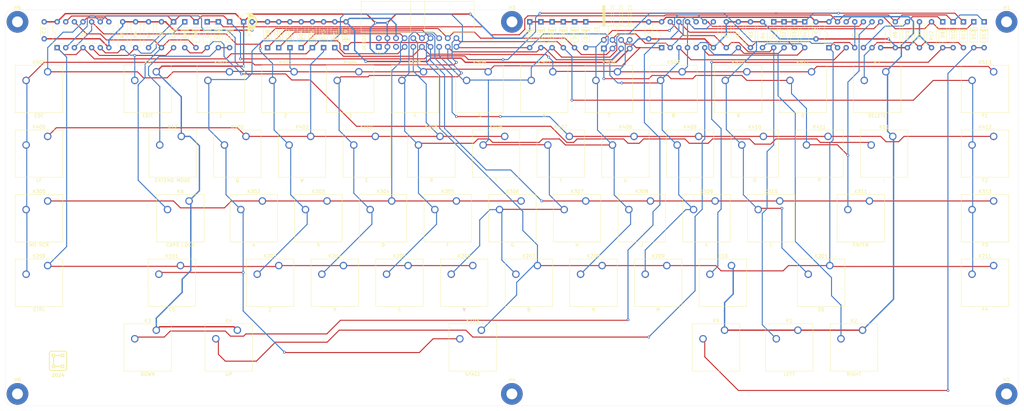
<source format=kicad_pcb>
(kicad_pcb (version 20240108) (generator "pcbnew") (generator_version "8.0")
  (layers (0 "F.Cu" signal) (31 "B.Cu" signal) (34 "B.Paste" user) (35 "F.Paste" user) (36 "B.SilkS" user "B.Silkscreen") (37 "F.SilkS" user "F.Silkscreen") (38 "B.Mask" user) (39 "F.Mask" user) (44 "Edge.Cuts" user))
  (net 0 "")
  (net 1 "Btn_CS")
  (net 2 "Btn_SS")
  (net 3 "K0")
  (net 4 "KA10")
  (net 5 "VCC")
  (net 6 "K1")
  (net 7 "KA14")
  (net 8 "K3")
  (net 9 "KA9")
  (net 10 "KA12")
  (net 11 "KA8")
  (net 12 "KA11")
  (net 13 "K4")
  (net 14 "SPKR")
  (net 15 "GND")
  (net 16 "KA13")
  (net 17 "Trg_N")
  (net 18 "K2")
  (net 19 "KA15")
  (net 20 "Trg_5")
  (net 21 "Trg_1")
  (net 22 "Trg_M")
  (net 23 "Net-(D6-K)")
  (net 24 "Trg_8")
  (net 25 "Trg_2")
  (net 26 "Trg_Z")
  (net 27 "Trg_6")
  (net 28 "Trg_0")
  (net 29 "Trg_7")
  (net 30 "Net-(D9-K)")
  (net 31 "K5")
  (net 34 "Net-(D12-K)")
  (net 35 "Net-(D14-A)")
  (footprint "Button_Switch_Keyboard:SW_Cherry_MX_1.00u_PCB" (layer "F.Cu") (at 193.802 122.428)
    (property "Reference" "K305")
    (property "Value" "F")
  )
  (footprint "Diode_THT:D_DO-35_SOD27_P7.62mm_Horizontal" (layer "F.Cu") (at 349.25 69.596 -90)
    (property "Reference" "D13")
    (property "Value" "BAT42")
  )
  (footprint "Button_Switch_Keyboard:SW_Cherry_MX_1.25u_PCB" (layer "F.Cu") (at 105.41 160.528)
    (property "Reference" "K3")
    (property "Value" "DOWN")
  )
  (footprint "Button_Switch_Keyboard:SW_Cherry_MX_1.00u_PCB" (layer "F.Cu") (at 73.406 84.328)
    (property "Reference" "K500")
    (property "Value" "ESC")
  )
  (footprint "Button_Switch_Keyboard:SW_Cherry_MX_1.00u_PCB" (layer "F.Cu") (at 73.406 141.478)
    (property "Reference" "K200")
    (property "Value" "CTRL")
  )
  (footprint "Button_Switch_Keyboard:SW_Cherry_MX_1.00u_PCB" (layer "F.Cu") (at 260.3049 84.328)
    (property "Reference" "K509")
    (property "Value" "8")
  )
  (footprint "Diode_THT:D_DO-35_SOD27_P7.62mm_Horizontal" (layer "F.Cu") (at 157.988 77.216 90)
    (property "Reference" "D21")
    (property "Value" "BAT42")
  )
  (footprint "Button_Switch_Keyboard:SW_Cherry_MX_1.00u_PCB" (layer "F.Cu") (at 169.926 103.378)
    (property "Reference" "K404")
    (property "Value" "E")
  )
  (footprint "Resistor_THT:R_Axial_DIN0207_L6.3mm_D2.5mm_P7.62mm_Horizontal" (layer "F.Cu") (at 95.504 77.216 90)
    (property "Reference" "R5")
    (property "Value" "100k")
  )
  (footprint "Diode_THT:D_DO-35_SOD27_P7.62mm_Horizontal" (layer "F.Cu") (at 123.698 69.596 -90)
    (property "Reference" "D14")
    (property "Value" "BAT42")
  )
  (footprint "Diode_THT:D_DO-35_SOD27_P7.62mm_Horizontal" (layer "F.Cu") (at 221.996 69.596 -90)
    (property "Reference" "D30")
    (property "Value" "BAT42")
  )
  (footprint "Button_Switch_Keyboard:SW_Cherry_MX_1.00u_PCB" (layer "F.Cu") (at 289.052 122.428)
    (property "Reference" "K310")
    (property "Value" "L")
  )
  (footprint "Resistor_THT:R_Axial_DIN0207_L6.3mm_D2.5mm_P7.62mm_Horizontal" (layer "F.Cu") (at 99.314 77.216 90)
    (property "Reference" "R6")
    (property "Value" "100k")
  )
  (footprint "Diode_THT:D_DO-35_SOD27_P7.62mm_Horizontal" (layer "F.Cu") (at 231.902 69.596 -90)
    (property "Reference" "D29")
    (property "Value" "BAT42")
  )
  (footprint "Button_Switch_Keyboard:SW_Cherry_MX_1.00u_PCB" (layer "F.Cu") (at 227.076 103.378)
    (property "Reference" "K407")
    (property "Value" "Y")
  )
  (footprint "Button_Switch_Keyboard:SW_Cherry_MX_1.00u_PCB" (layer "F.Cu") (at 198.628 141.478)
    (property "Reference" "K206")
    (property "Value" "V")
  )
  (footprint "Diode_THT:D_DO-35_SOD27_P7.62mm_Horizontal" (layer "F.Cu") (at 228.6 69.596 -90)
    (property "Reference" "D27")
    (property "Value" "BAT42")
  )
  (footprint "Diode_THT:D_DO-35_SOD27_P7.62mm_Horizontal" (layer "F.Cu") (at 144.78 77.216 90)
    (property "Reference" "D22")
    (property "Value" "BAT42")
  )
  (footprint "Resistor_THT:R_Axial_DIN0207_L6.3mm_D2.5mm_P7.62mm_Horizontal" (layer "F.Cu") (at 330.2 77.216 90)
    (property "Reference" "R11")
    (property "Value" "100k")
  )
  (footprint "Resistor_THT:R_Axial_DIN0207_L6.3mm_D2.5mm_P7.62mm_Horizontal" (layer "F.Cu") (at 326.644 69.596 -90)
    (property "Reference" "R10")
    (property "Value" "100k")
  )
  (footprint "Diode_THT:D_DO-35_SOD27_P7.62mm_Horizontal" (layer "F.Cu") (at 296.418 69.596 -90)
    (property "Reference" "D4")
    (property "Value" "BAT42")
  )
  (footprint "Package_DIP:DIP-14_W7.62mm" (layer "F.Cu") (at 254.254 77.216 90)
    (property "Reference" "U1")
    (property "Value" "CD4066BE")
  )
  (footprint "Button_Switch_Keyboard:SW_Cherry_MX_1.25u_PCB" (layer "F.Cu") (at 129.286 160.528)
    (property "Reference" "K4")
    (property "Value" "UP")
  )
  (footprint "Button_Switch_Keyboard:SW_Cherry_MX_1.00u_PCB" (layer "F.Cu") (at 322.326 103.378)
    (property "Reference" "K11")
    (property "Value" ":")
  )
  (footprint "Button_Switch_Keyboard:SW_Cherry_MX_1.00u_PCB" (layer "F.Cu") (at 160.528 141.478)
    (property "Reference" "K204")
    (property "Value" "X")
  )
  (footprint "Diode_THT:D_DO-35_SOD27_P7.62mm_Horizontal" (layer "F.Cu") (at 120.396 69.596 -90)
    (property "Reference" "D7")
    (property "Value" "BAT42")
  )
  (footprint "Button_Switch_Keyboard:SW_Cherry_MX_1.00u_PCB" (layer "F.Cu") (at 303.276 103.378)
    (property "Reference" "K411")
    (property "Value" "P")
  )
  (footprint "Resistor_THT:R_Axial_DIN0207_L6.3mm_D2.5mm_P7.62mm_Horizontal" (layer "F.Cu") (at 283.972 77.216 90)
    (property "Reference" "R4")
    (property "Value" "100k")
  )
  (footprint "Button_Switch_Keyboard:SW_Cherry_MX_1.00u_PCB" (layer "F.Cu") (at 155.702 122.428)
    (property "Reference" "K303")
    (property "Value" "S")
  )
  (footprint "Button_Switch_Keyboard:SW_Cherry_MX_6.25u_PCB" (layer "F.Cu") (at 201.168 160.543)
    (property "Reference" "K103")
    (property "Value" "SPACE")
  )
  (footprint "Button_Switch_Keyboard:SW_Cherry_MX_1.00u_PCB" (layer "F.Cu") (at 73.406 122.428)
    (property "Reference" "K300")
    (property "Value" "NO SCR")
  )
  (footprint "Diode_THT:D_DO-35_SOD27_P7.62mm_Horizontal" (layer "F.Cu") (at 340.106 69.596 -90)
    (property "Reference" "D10")
    (property "Value" "BAT42")
  )
  (footprint "Button_Switch_Keyboard:SW_Cherry_MX_1.00u_PCB" (layer "F.Cu") (at 255.778 141.478)
    (property "Reference" "K209")
    (property "Value" "M")
  )
  (footprint "Capacitor_THT:CP_Radial_D5.0mm_P2.50mm" (layer "F.Cu") (at 131.1289 69.596)
    (property "Reference" "C4")
    (property "Value" "10uF")
  )
  (footprint "Diode_THT:D_DO-35_SOD27_P7.62mm_Horizontal" (layer "F.Cu") (at 337.058 69.596 -90)
    (property "Reference" "D9")
    (property "Value" "BAT42")
  )
  (footprint "Button_Switch_Keyboard:SW_Cherry_MX_1.25u_PCB" (layer "F.Cu") (at 320.294 84.328)
    (property "Reference" "K7")
    (property "Value" "DELETE")
  )
  (footprint "Resistor_THT:R_Axial_DIN0207_L6.3mm_D2.5mm_P7.62mm_Horizontal" (layer "F.Cu") (at 106.934 77.216 90)
    (property "Reference" "R8")
    (property "Value" "100k")
  )
  (footprint "Button_Switch_Keyboard:SW_Cherry_MX_1.00u_PCB" (layer "F.Cu") (at 270.002 122.428)
    (property "Reference" "K309")
    (property "Value" "K")
  )
  (footprint "Capacitor_THT:C_Disc_D4.3mm_W1.9mm_P5.00mm" (layer "F.Cu") (at 72.39 69.596 -90)
    (property "Reference" "C2")
    (property "Value" "100nF")
  )
  (footprint "Button_Switch_Keyboard:SW_Cherry_MX_1.25u_PCB" (layer "F.Cu") (at 272.796 160.528)
    (property "Reference" "K9")
    (property "Value" ",")
  )
  (footprint "MountingHole:MountingHole_3.2mm_M3_Pad_TopBottom" (layer "F.Cu") (at 355.854 69.596)
    (property "Reference" "H1")
    (property "Value" "MountingHole")
  )
  (footprint "Button_Switch_Keyboard:SW_Cherry_MX_1.00u_PCB" (layer "F.Cu") (at 146.0049 84.328)
    (property "Reference" "K503")
    (property "Value" "2")
  )
  (footprint "Button_Switch_Keyboard:SW_Cherry_MX_1.00u_PCB" (layer "F.Cu") (at 208.026 103.378)
    (property "Reference" "K406")
    (property "Value" "T")
  )
  (footprint "Button_Switch_Keyboard:SW_Cherry_MX_1.00u_PCB" (layer "F.Cu") (at 246.126 103.378)
    (property "Reference" "K408")
    (property "Value" "U")
  )
  (footprint "Button_Switch_Keyboard:SW_Cherry_MX_1.25u_PCB" (layer "F.Cu") (at 105.41 84.328)
    (property "Reference" "K5")
    (property "Value" "EDIT")
  )
  (footprint "Capacitor_THT:C_Disc_D4.3mm_W1.9mm_P5.00mm" (layer "F.Cu") (at 250.444 69.636 -90)
    (property "Reference" "C1")
    (property "Value" "100nF")
  )
  (footprint "MountingHole:MountingHole_3.2mm_M3_Pad_TopBottom" (layer "F.Cu") (at 355.854 179.324)
    (property "Reference" "H2")
    (property "Value" "MountingHole")
  )
  (footprint "Package_DIP:DIP-14_W7.62mm" (layer "F.Cu") (at 76.2 77.216 90)
    (property "Reference" "U2")
    (property "Value" "CD4066BE")
  )
  (footprint "Button_Switch_Keyboard:SW_Cherry_MX_1.00u_PCB" (layer "F.Cu") (at 241.2549 84.328)
    (property "Reference" "K508")
    (property "Value" "7")
  )
  (footprint "Button_Switch_Keyboard:SW_Cherry_MX_1.00u_PCB" (layer "F.Cu") (at 150.876 103.378)
    (property "Reference" "K403")
    (property "Value" "W")
  )
  (footprint "Button_Switch_Keyboard:SW_Cherry_MX_1.00u_PCB" (layer "F.Cu") (at 231.902 122.428)
    (property "Reference" "K307")
    (property "Value" "H")
  )
  (footprint "Button_Switch_Keyboard:SW_Cherry_MX_1.25u_PCB" (layer "F.Cu") (at 115.062 122.428)
    (property "Reference" "K6")
    (property "Value" "CAPS LOCK")
  )
  (footprint "Resistor_THT:R_Axial_DIN0207_L6.3mm_D2.5mm_P7.62mm_Horizontal" (layer "F.Cu") (at 280.416 77.216 90)
    (property "Reference" "R3")
    (property "Value" "100k")
  )
  (footprint "Button_Switch_Keyboard:SW_Cherry_MX_1.00u_PCB" (layer "F.Cu") (at 126.9549 84.328)
    (property "Reference" "K502")
    (property "Value" "1")
  )
  (footprint "MountingHole:MountingHole_3.2mm_M3_Pad_TopBottom" (layer "F.Cu") (at 64.516 179.324)
    (property "Reference" "H6")
    (property "Value" "MountingHole")
  )
  (footprint "Resistor_THT:R_Axial_DIN0207_L6.3mm_D2.5mm_P7.62mm_Horizontal" (layer "F.Cu") (at 273.304 77.216 90)
    (property "Reference" "R1")
    (property "Value" "100k")
  )
  (footprint "Diode_THT:D_DO-35_SOD27_P7.62mm_Horizontal" (layer "F.Cu") (at 293.37 69.596 -90)
    (property "Reference" "D3")
    (property "Value" "BAT42")
  )
  (footprint "Button_Switch_Keyboard:SW_Cherry_MX_1.00u_PCB" (layer "F.Cu") (at 203.1549 84.328)
    (property "Reference" "K506")
    (property "Value" "5")
  )
  (footprint "Diode_THT:D_DO-35_SOD27_P7.62mm_Horizontal" (layer "F.Cu") (at 138.176 77.216 90)
    (property "Reference" "D18")
    (property "Value" "BAT42")
  )
  (footprint "Button_Switch_Keyboard:SW_Cherry_MX_1.00u_PCB" (layer "F.Cu") (at 294.386 160.528)
    (property "Reference" "K1")
    (property "Value" "LEFT")
  )
  (footprint "Connector_IDC:IDC-Header_2x10_P2.54mm_Horizontal" (layer "F.Cu") (at 170.942 76.962 90)
    (property "Reference" "JKBD1")
    (property "Value" "Conn_KBD")
  )
  (footprint "Button_Switch_Keyboard:SW_Cherry_MX_1.75u_PCB" (layer "F.Cu") (at 315.468 122.428)
    (property "Reference" "K311")
    (property "Value" "ENTER")
  )
  (footprint "Button_Switch_Keyboard:SW_Cherry_MX_1.00u_PCB" (layer "F.Cu") (at 250.952 122.428)
    (property "Reference" "K308")
    (property "Value" "J")
  )
  (footprint "Capacitor_THT:C_Disc_D4.3mm_W1.9mm_P5.00mm" (layer "F.Cu") (at 299.72 69.636 -90)
    (property "Reference" "C3")
    (property "Value" "100nF")
  )
  (footprint "Button_Switch_Keyboard:SW_Cherry_MX_1.00u_PCB" (layer "F.Cu") (at 184.1049 84.328)
    (property "Reference" "K505")
    (property "Value" "4")
  )
  (footprint "Button_Switch_Keyboard:SW_Cherry_MX_1.00u_PCB" (layer "F.Cu") (at 174.752 122.428)
    (property "Reference" "K304")
    (property "Value" "D")
  )
  (footprint "Diode_THT:D_DO-35_SOD27_P7.62mm_Horizontal" (layer "F.Cu") (at 346.202 69.596 -90)
    (property "Reference" "D12")
    (property "Value" "BAT42")
  )
  (footprint "Button_Switch_Keyboard:SW_Cherry_MX_2.00u_PCB" (layer "F.Cu") (at 112.522 141.478)
    (property "Reference" "K101")
    (property "Value" "CS")
  )
  (footprint "Diode_THT:D_DO-35_SOD27_P7.62mm_Horizontal" (layer "F.Cu") (at 287.274 69.596 -90)
    (property "Reference" "D1")
    (property "Value" "BAT42")
  )
  (footprint "MountingHole:MountingHole_3.2mm_M3_Pad_TopBottom" (layer "F.Cu") (at 210.1624 69.596)
    (property "Reference" "H3")
    (property "Value" "MountingHole")
  )
  (footprint "Button_Switch_Keyboard:SW_Cherry_MX_1.00u_PCB" (layer "F.Cu") (at 112.776 103.378)
    (property "Reference" "K12")
    (property "Value" "EXTEND MODE")
  )
  (footprint "Button_Switch_Keyboard:SW_Cherry_MX_1.00u_PCB" (layer "F.Cu") (at 352.044 141.478)
    (property "Reference" "K211")
    (property "Value" "F4")
  )
  (footprint "Connector_PinHeader_2.54mm:PinHeader_2x04_P2.54mm_Horizontal" (layer "F.Cu") (at 237.236 77.47 90)
    (property "Reference" "J1")
    (property "Value" "Conn_01x08_Pin")
  )
  (footprint "Button_Switch_Keyboard:SW_Cherry_MX_1.00u_PCB" (layer "F.Cu") (at 279.3549 84.328)
    (property "Reference" "K510")
    (property "Value" "9")
  )
  (footprint "Button_Switch_Keyboard:SW_Cherry_MX_1.00u_PCB" (layer "F.Cu") (at 352.044 84.328)
    (property "Reference" "K513")
    (property "Value" "F1")
  )
  (footprint "Diode_THT:D_DO-35_SOD27_P7.62mm_Horizontal" (layer "F.Cu") (at 290.322 69.596 -90)
    (property "Reference" "D2")
    (property "Value" "BAT42")
  )
  (footprint "Button_Switch_Keyboard:SW_Cherry_MX_1.00u_PCB" (layer "F.Cu") (at 165.0549 84.328)
    (property "Reference" "K504")
    (property "Value" "3")
  )
  (footprint "Button_Switch_Keyboard:SW_Cherry_MX_1.00u_PCB" (layer "F.Cu") (at 136.652 122.428)
    (property "Reference" "K302")
    (property "Value" "A")
  )
  (footprint "Button_Switch_Keyboard:SW_Cherry_MX_1.00u_PCB" (layer "F.Cu") (at 141.478 141.478)
    (property "Reference" "K203")
    (property "Value" "Z")
  )
  (footprint "Button_Switch_Keyboard:SW_Cherry_MX_1.00u_PCB" (layer "F.Cu") (at 188.976 103.378)
    (property "Reference" "K405")
    (property "Value" "R")
  )
  (footprint "Button_Switch_Keyboard:SW_Cherry_MX_2.00u_PCB" (layer "F.Cu") (at 303.784 141.478)
    (property "Reference" "K201")
    (property "Value" "SS")
  )
  (footprint "Resistor_THT:R_Axial_DIN0207_L6.3mm_D2.5mm_P7.62mm_Horizontal" (layer "F.Cu") (at 333.756 69.596 -90)
    (property "Reference" "R12")
    (property "Value" "100k")
  )
  (footprint "Button_Switch_Keyboard:SW_Cherry_MX_1.00u_PCB" (layer "F.Cu") (at 179.578 141.478)
    (property "Reference" "K205")
    (property "Value" "C")
  )
  (footprint "MountingHole:MountingHole_3.2mm_M3_Pad_TopBottom" (layer "F.Cu") (at 210.1399 179.324)
    (property "Reference" "H4")
    (property "Value" "MountingHole")
  )
  (footprint "Resistor_THT:R_Axial_DIN0207_L6.3mm_D2.5mm_P7.62mm_Horizontal" (layer "F.Cu") (at 276.86 77.216 90)
    (property "Reference" "R2")
    (property "Value" "100k")
  )
  (footprint "Diode_THT:D_DO-35_SOD27_P7.62mm_Horizontal" (layer "F.Cu") (at 215.392 69.596 -90)
    (property "Reference" "D26")
    (property "Value" "BAT42")
  )
  (footprint "Diode_THT:D_DO-35_SOD27_P7.62mm_Horizontal" (layer "F.Cu") (at 225.298 69.596 -90)
    (property "Reference" "D31")
    (property "Value" "BAT42")
  )
  (footprint "Diode_THT:D_DO-35_SOD27_P7.62mm_Horizontal" (layer "F.Cu") (at 110.49 69.596 -90)
    (property "Reference" "D5")
    (property "Value" "BAT42")
  )
  (footprint "Diode_THT:D_DO-35_SOD27_P7.62mm_Horizontal" (layer "F.Cu") (at 151.384 77.216 90)
    (property "Reference" "D25")
    (property "Value" "BAT42")
  )
  (footprint "Diode_THT:D_DO-35_SOD27_P7.62mm_Horizontal" (layer "F.Cu") (at 161.29 77.216 90)
    (property "Reference" "D19")
    (property "Value" "BAT42")
  )
  (footprint "Diode_THT:D_DO-35_SOD27_P7.62mm_Horizontal" (layer "F.Cu") (at 343.154 69.596 -90)
    (property "Reference" "D11")
    (property "Value" "BAT42")
  )
  (footprint "Diode_THT:D_DO-35_SOD27_P7.62mm_Horizontal" (layer "F.Cu") (at 141.478 77.216 90)
    (property "Reference" "D20")
    (property "Value" "BAT42")
  )
  (footprint "Diode_THT:D_DO-35_SOD27_P7.62mm_Horizontal" (layer "F.Cu") (at 117.094 69.596 -90)
    (property "Reference" "D8")
    (property "Value" "BAT42")
  )
  (footprint "Button_Switch_Keyboard:SW_Cherry_MX_1.00u_PCB" (layer "F.Cu") (at 298.4049 84.328)
    (property "Reference" "K511")
    (property "Value" "0")
  )
  (footprint "Button_Switch_Keyboard:SW_Cherry_MX_1.00u_PCB" (layer "F.Cu") (at 265.176 103.378)
    (property "Reference" "K409")
    (property "Value" "I")
  )
  (footprint "Diode_THT:D_DO-35_SOD27_P7.62mm_Horizontal" (layer "F.Cu") (at 218.694 69.596 -90)
    (property "Reference" "D28")
    (property "Value" "BAT42")
  )
  (footprint "Button_Switch_Keyboard:SW_Cherry_MX_1.00u_PCB" (layer "F.Cu") (at 131.826 103.378)
    (property "Reference" "K402")
    (property "Value" "Q")
  )
  (footprint "Button_Switch_Keyboard:SW_Cherry_MX_1.00u_PCB" (layer "F.Cu") (at 274.828 141.478)
    (property "Reference" "K10")
    (property "Value" ".")
  )
  (footprint "Diode_THT:D_DO-35_SOD27_P7.62mm_Horizontal" (layer "F.Cu") (at 113.792 69.596 -90)
    (property "Reference" "D6")
    (property "Value" "BAT42")
  )
  (footprint "Diode_THT:D_DO-35_SOD27_P7.62mm_Horizontal" (layer "F.Cu") (at 127 69.596 -90)
    (property "Reference" "D15")
    (property "Value" "BAT42")
  )
  (footprint "Package_DIP:DIP-14_W7.62mm" (layer "F.Cu") (at 303.53 77.216 90)
    (property "Reference" "U3")
    (property "Value" "CD4066BE")
  )
  (footprint "Button_Switch_Keyboard:SW_Cherry_MX_1.00u_PCB" (layer "F.Cu") (at 313.436 160.528)
    (property "Reference" "K2")
    (property "Value" "RIGHT")
  )
  (footprint "Button_Switch_Keyboard:SW_Cherry_MX_1.00u_PCB" (layer "F.Cu") (at 352.044 103.378)
    (property "Reference" "K412")
    (property "Value" "F2")
  )
  (footprint "Button_Switch_Keyboard:SW_Cherry_MX_1.00u_PCB" (layer "F.Cu") (at 284.226 103.378)
    (property "Reference" "K410")
    (property "Value" "O")
  )
  (footprint "Resistor_THT:R_Axial_DIN0207_L6.3mm_D2.5mm_P7.62mm_Horizontal" (layer "F.Cu") (at 103.124 77.216 90)
    (property "Reference" "R7")
    (property "Value" "100k")
  )
  (footprint "Button_Switch_Keyboard:SW_Cherry_MX_1.00u_PCB" (layer "F.Cu") (at 352.044 122.428)
    (property "Reference" "K313")
    (property "Value" "F3")
  )
  (footprint "Button_Switch_Keyboard:SW_Cherry_MX_1.00u_PCB" (layer "F.Cu") (at 222.2049 84.328)
    (property "Reference" "K507")
    (property "Value" "6")
  )
  (footprint "MountingHole:MountingHole_3.2mm_M3_Pad_TopBottom" (layer "F.Cu") (at 64.516 69.596)
    (property "Reference" "H5")
    (property "Value" "MountingHole")
  )
  (footprint "Button_Switch_Keyboard:SW_Cherry_MX_1.00u_PCB" (layer "F.Cu") (at 236.728 141.478)
    (property "Reference" "K208")
    (property "Value" "N")
  )
  (footprint "Diode_THT:D_DO-35_SOD27_P7.62mm_Horizontal" (layer "F.Cu") (at 148.082 77.216 90)
    (property "Reference" "D24")
    (property "Value" "BAT42")
  )
  (footprint "Diode_THT:D_DO-35_SOD27_P7.62mm_Horizontal" (layer "F.Cu") (at 154.686 77.216 90)
    (property "Reference" "D23")
    (property "Value" "BAT42")
  )
  (footprint "Button_Switch_Keyboard:SW_Cherry_MX_1.00u_PCB" (layer "F.Cu") (at 212.852 122.428)
    (property "Reference" "K306")
    (property "Value" "G")
  )
  (footprint "Button_Switch_Keyboard:SW_Cherry_MX_1.00u_PCB" (layer "F.Cu") (at 73.406 103.378)
    (property "Reference" "K400")
    (property "Value" "LF")
  )
  (footprint "Resistor_THT:R_Axial_DIN0207_L6.3mm_D2.5mm_P7.62mm_Horizontal" (layer "F.Cu") (at 323.088 69.596 -90)
    (property "Reference" "R9")
    (property "Value" "100k")
  )
  (footprint "Button_Switch_Keyboard:SW_Cherry_MX_1.00u_PCB" (layer "F.Cu") (at 217.678 141.478)
    (property "Reference" "K207")
    (property "Value" "B")
  )
  (gr_poly (pts (xy 77.808951 170.6005) (xy 77.83913 170.602804) (xy 77.868877 170.606599) (xy 77.898154 170.611846) (xy 77.926923 170.618508) (xy 77.955147 170.626547) (xy 77.982787 170.635925) (xy 78.009806 170.646604) (xy 78.036167 170.658546) (xy 78.061831 170.671715) (xy 78.08676 170.686071) (xy 78.110917 170.701577) (xy 78.134264 170.718196) (xy 78.156763 170.735889) (xy 78.178376 170.754619) (xy 78.199067 170.774348) (xy 78.218796 170.795038) (xy 78.237525 170.816651) (xy 78.255219 170.83915) (xy 78.271837 170.862497) (xy 78.287344 170.886654) (xy 78.3017 170.911584) (xy 78.314868 170.937247) (xy 78.32681 170.963608) (xy 78.337489 170.990627) (xy 78.346867 171.018268) (xy 78.354906 171.046491) (xy 78.361568 171.075261) (xy 78.366815 171.104538) (xy 78.37061 171.134285) (xy 78.372914 171.164464) (xy 78.373691 171.195037) (xy 78.372914 171.22561) (xy 78.37061 171.255789) (xy 78.366815 171.285536) (xy 78.361568 171.314813) (xy 78.354906 171.343582) (xy 78.346867 171.371805) (xy 78.337489 171.399445) (xy 78.32681 171.426465) (xy 78.314868 171.452825) (xy 78.3017 171.478488) (xy 78.287344 171.503417) (xy 78.271837 171.527574) (xy 78.255219 171.550921) (xy 78.237525 171.57342) (xy 78.218796 171.595034) (xy 78.199067 171.615724) (xy 78.178376 171.635452) (xy 78.156763 171.654182) (xy 78.134264 171.671875) (xy 78.110917 171.688494) (xy 78.08676 171.704) (xy 78.061831 171.718356) (xy 78.036167 171.731524) (xy 78.009806 171.743467) (xy 77.982787 171.754146) (xy 77.955147 171.763524) (xy 77.926923 171.771562) (xy 77.898154 171.778224) (xy 77.868877 171.783472) (xy 77.83913 171.787266) (xy 77.808951 171.789571) (xy 77.778377 171.790347) (xy 77.747804 171.789571) (xy 77.717626 171.787266) (xy 77.687879 171.783472) (xy 77.658603 171.778224) (xy 77.629834 171.771562) (xy 77.601611 171.763524) (xy 77.573971 171.754146) (xy 77.546952 171.743467) (xy 77.520592 171.731524) (xy 77.494929 171.718356) (xy 77.47 171.704) (xy 77.445843 171.688494) (xy 77.422496 171.671875) (xy 77.399997 171.654182) (xy 77.378384 171.635452) (xy 77.357694 171.615724) (xy 77.337965 171.595034) (xy 77.319236 171.57342) (xy 77.301543 171.550921) (xy 77.284924 171.527574) (xy 77.269418 171.503417) (xy 77.255062 171.478488) (xy 77.241894 171.452825) (xy 77.229951 171.426465) (xy 77.219272 171.399445) (xy 77.209894 171.371805) (xy 77.201856 171.343582) (xy 77.195194 171.314813) (xy 77.189947 171.285536) (xy 77.186152 171.255789) (xy 77.183847 171.22561) (xy 77.183071 171.195041) (xy 77.482051 171.195041) (xy 77.482436 171.210324) (xy 77.483577 171.225402) (xy 77.485457 171.240257) (xy 77.488056 171.254871) (xy 77.491357 171.269226) (xy 77.495341 171.283302) (xy 77.499989 171.297082) (xy 77.505284 171.310547) (xy 77.511207 171.323679) (xy 77.517739 171.336459) (xy 77.524862 171.348869) (xy 77.532558 171.360891) (xy 77.540808 171.372505) (xy 77.549594 171.383694) (xy 77.558897 171.394439) (xy 77.568699 171.404723) (xy 77.578982 171.414525) (xy 77.589727 171.423829) (xy 77.600916 171.432615) (xy 77.61253 171.440865) (xy 77.624551 171.448561) (xy 77.636961 171.455685) (xy 77.64974 171.462217) (xy 77.662872 171.46814) (xy 77.676337 171.473436) (xy 77.690116 171.478084) (xy 77.704193 171.482068) (xy 77.718547 171.48537) (xy 77.733161 171.487969) (xy 77.748016 171.489849) (xy 77.763094 171.49099) (xy 77.778377 171.491374) (xy 77.79366 171.49099) (xy 77.808738 171.489849) (xy 77.823593 171.487969) (xy 77.838207 171.48537) (xy 77.852562 171.482068) (xy 77.866638 171.478084) (xy 77.880418 171.473436) (xy 77.893883 171.46814) (xy 77.907015 171.462217) (xy 77.919795 171.455685) (xy 77.932205 171.448561) (xy 77.944226 171.440865) (xy 77.955841 171.432615) (xy 77.96703 171.423829) (xy 77.977775 171.414525) (xy 77.988059 171.404723) (xy 77.997861 171.394439) (xy 78.007165 171.383694) (xy 78.015951 171.372505) (xy 78.024201 171.360891) (xy 78.031897 171.348869) (xy 78.039021 171.336459) (xy 78.045553 171.323679) (xy 78.051476 171.310547) (xy 78.056771 171.297082) (xy 78.06142 171.283302) (xy 78.065404 171.269226) (xy 78.068705 171.254871) (xy 78.071305 171.240257) (xy 78.073185 171.225402) (xy 78.074326 171.210324) (xy 78.07471 171.195041) (xy 78.074326 171.179758) (xy 78.073185 171.16468) (xy 78.071305 171.149825) (xy 78.068705 171.135211) (xy 78.065404 171.120856) (xy 78.06142 171.10678) (xy 78.056771 171.093) (xy 78.051476 171.079535) (xy 78.045553 171.066403) (xy 78.039021 171.053623) (xy 78.031897 171.041213) (xy 78.024201 171.029192) (xy 78.015951 171.017577) (xy 78.007165 171.006388) (xy 77.997861 170.995643) (xy 77.988059 170.98536) (xy 77.977775 170.975557) (xy 77.96703 170.966253) (xy 77.955841 170.957467) (xy 77.944226 170.949217) (xy 77.932205 170.941521) (xy 77.919795 170.934397) (xy 77.907015 170.927865) (xy 77.893883 170.921942) (xy 77.880418 170.916647) (xy 77.866638 170.911998) (xy 77.852562 170.908014) (xy 77.838207 170.904713) (xy 77.823593 170.902113) (xy 77.808738 170.900234) (xy 77.79366 170.899092) (xy 77.778377 170.898708) (xy 77.763094 170.899092) (xy 77.748016 170.900234) (xy 77.733161 170.902113) (xy 77.718547 170.904713) (xy 77.704193 170.908014) (xy 77.690116 170.911998) (xy 77.676337 170.916647) (xy 77.662872 170.921942) (xy 77.64974 170.927865) (xy 77.636961 170.934397) (xy 77.624551 170.941521) (xy 77.61253 170.949217) (xy 77.600916 170.957467) (xy 77.589727 170.966253) (xy 77.578982 170.975557) (xy 77.568699 170.98536) (xy 77.558897 170.995643) (xy 77.549594 171.006388) (xy 77.540808 171.017577) (xy 77.532558 171.029192) (xy 77.524862 171.041213) (xy 77.517739 171.053623) (xy 77.511207 171.066403) (xy 77.505284 171.079535) (xy 77.499989 171.093) (xy 77.495341 171.10678) (xy 77.491357 171.120856) (xy 77.488056 171.135211) (xy 77.485457 171.149825) (xy 77.483577 171.16468) (xy 77.482436 171.179758) (xy 77.482051 171.195041) (xy 77.183071 171.195041) (xy 77.183071 171.195037) (xy 77.183847 171.164464) (xy 77.186152 171.134285) (xy 77.189947 171.104538) (xy 77.195194 171.075261) (xy 77.201856 171.046491) (xy 77.209894 171.018268) (xy 77.219272 170.990627) (xy 77.229951 170.963608) (xy 77.241894 170.937247) (xy 77.255062 170.911584) (xy 77.269418 170.886654) (xy 77.284924 170.862497) (xy 77.301543 170.83915) (xy 77.319236 170.816651) (xy 77.337965 170.795038) (xy 77.357694 170.774348) (xy 77.378384 170.754619) (xy 77.399997 170.735889) (xy 77.422496 170.718196) (xy 77.445843 170.701577) (xy 77.47 170.686071) (xy 77.494929 170.671715) (xy 77.520592 170.658546) (xy 77.546952 170.646604) (xy 77.573971 170.635925) (xy 77.601611 170.626547) (xy 77.629834 170.618508) (xy 77.658603 170.611846) (xy 77.687879 170.606599) (xy 77.717626 170.602804) (xy 77.747804 170.6005) (xy 77.778377 170.599723)) (stroke (width -0.000001)) (fill solid) (layer "F.SilkS"))
  (gr_poly (pts (xy 77.312709 168.123226) (xy 75.489726 168.123226) (xy 75.489726 167.826892) (xy 77.312709 167.826892)) (stroke (width -0.000001)) (fill solid) (layer "F.SilkS"))
  (gr_poly (pts (xy 75.184286 167.380522) (xy 75.214464 167.382826) (xy 75.24421 167.386621) (xy 75.273487 167.391868) (xy 75.302256 167.39853) (xy 75.330479 167.406569) (xy 75.358119 167.415946) (xy 75.385138 167.426626) (xy 75.411498 167.438568) (xy 75.437161 167.451736) (xy 75.46209 167.466092) (xy 75.486247 167.481599) (xy 75.509594 167.498217) (xy 75.532092 167.515911) (xy 75.553706 167.53464) (xy 75.574396 167.554369) (xy 75.594124 167.575059) (xy 75.612854 167.596673) (xy 75.630547 167.619172) (xy 75.647166 167.642519) (xy 75.662672 167.666676) (xy 75.677028 167.691605) (xy 75.690196 167.717269) (xy 75.702139 167.743629) (xy 75.712818 167.770649) (xy 75.722195 167.798289) (xy 75.730234 167.826513) (xy 75.736896 167.855282) (xy 75.742143 167.884559) (xy 75.745938 167.914306) (xy 75.748243 167.944485) (xy 75.749019 167.975059) (xy 75.748243 168.005632) (xy 75.745938 168.035811) (xy 75.742143 168.065558) (xy 75.736896 168.094834) (xy 75.730234 168.123603) (xy 75.722195 168.151827) (xy 75.712818 168.179467) (xy 75.702139 168.206486) (xy 75.690196 168.232846) (xy 75.677028 168.25851) (xy 75.662672 168.283439) (xy 75.647166 168.307596) (xy 75.630547 168.330943) (xy 75.612854 168.353442) (xy 75.594124 168.375055) (xy 75.574396 168.395745) (xy 75.553706 168.415474) (xy 75.532092 168.434204) (xy 75.509594 168.451897) (xy 75.486247 168.468516) (xy 75.46209 168.484022) (xy 75.437161 168.498378) (xy 75.411498 168.511546) (xy 75.385138 168.523489) (xy 75.358119 168.534168) (xy 75.330479 168.543545) (xy 75.302256 168.551584) (xy 75.273487 168.558246) (xy 75.24421 168.563493) (xy 75.214464 168.567288) (xy 75.184286 168.569593) (xy 75.153713 168.570369) (xy 75.123139 168.569593) (xy 75.09296 168.567288) (xy 75.063213 168.563493) (xy 75.033936 168.558246) (xy 75.005167 168.551584) (xy 74.976943 168.543545) (xy 74.949303 168.534168) (xy 74.922283 168.523489) (xy 74.895923 168.511546) (xy 74.870259 168.498378) (xy 74.84533 168.484022) (xy 74.821173 168.468516) (xy 74.797826 168.451897) (xy 74.775327 168.434204) (xy 74.753713 168.415474) (xy 74.733023 168.395745) (xy 74.713294 168.375055) (xy 74.694564 168.353442) (xy 74.676871 168.330943) (xy 74.660252 168.307596) (xy 74.644746 168.283439) (xy 74.63039 168.25851) (xy 74.617222 168.232846) (xy 74.605279 168.206486) (xy 74.5946 168.179467) (xy 74.585222 168.151827) (xy 74.577184 168.123603) (xy 74.570522 168.094834) (xy 74.565275 168.065558) (xy 74.56148 168.035811) (xy 74.559175 168.005632) (xy 74.558399 167.975059) (xy 74.857379 167.975059) (xy 74.857764 167.990342) (xy 74.858905 168.00542) (xy 74.860785 168.020275) (xy 74.863384 168.034889) (xy 74.866685 168.049244) (xy 74.870669 168.06332) (xy 74.875317 168.0771) (xy 74.880612 168.090565) (xy 74.886535 168.103696) (xy 74.893067 168.116476) (xy 74.900191 168.128886) (xy 74.907886 168.140907) (xy 74.916137 168.152521) (xy 74.924923 168.16371) (xy 74.934226 168.174456) (xy 74.944028 168.184739) (xy 74.954311 168.194541) (xy 74.965057 168.203844) (xy 74.976246 168.21263) (xy 74.98786 168.220881) (xy 74.999881 168.228577) (xy 75.012291 168.2357) (xy 75.025071 168.242232) (xy 75.038203 168.248155) (xy 75.051668 168.25345) (xy 75.065449 168.258099) (xy 75.079525 168.262083) (xy 75.09388 168.265384) (xy 75.108495 168.267983) (xy 75.123351 168.269863) (xy 75.138429 168.271004) (xy 75.153713 168.271388) (xy 75.168995 168.271004) (xy 75.184073 168.269863) (xy 75.198929 168.267983) (xy 75.213543 168.265384) (xy 75.227897 168.262083) (xy 75.241973 168.258099) (xy 75.255753 168.25345) (xy 75.269218 168.248155) (xy 75.282349 168.242232) (xy 75.295129 168.2357) (xy 75.307539 168.228577) (xy 75.31956 168.220881) (xy 75.331174 168.21263) (xy 75.342363 168.203844) (xy 75.353108 168.194541) (xy 75.36339 168.184739) (xy 75.373193 168.174456) (xy 75.382496 168.16371) (xy 75.391282 168.152521) (xy 75.399532 168.140907) (xy 75.407228 168.128886) (xy 75.414351 168.116476) (xy 75.420883 168.103696) (xy 75.426806 168.090565) (xy 75.4321 168.0771) (xy 75.436749 168.06332) (xy 75.440733 168.049244) (xy 75.444034 168.034889) (xy 75.446633 168.020275) (xy 75.448513 168.00542) (xy 75.449654 167.990342) (xy 75.450038 167.975059) (xy 75.449654 167.959776) (xy 75.448513 167.944698) (xy 75.446633 167.929843) (xy 75.444034 167.915229) (xy 75.440733 167.900874) (xy 75.436749 167.886798) (xy 75.4321 167.873018) (xy 75.426806 167.859553) (xy 75.420883 167.846421) (xy 75.414351 167.833641) (xy 75.407228 167.821231) (xy 75.399532 167.80921) (xy 75.391282 167.797595) (xy 75.382496 167.786406) (xy 75.373193 167.775661) (xy 75.36339 167.765377) (xy 75.353108 167.755575) (xy 75.342363 167.746271) (xy 75.331174 167.737485) (xy 75.31956 167.729235) (xy 75.307539 167.721539) (xy 75.295129 167.714415) (xy 75.282349 167.707883) (xy 75.269218 167.70196) (xy 75.255753 167.696665) (xy 75.241973 167.692016) (xy 75.227897 167.688032) (xy 75.213543 167.684731) (xy 75.198929 167.682131) (xy 75.184073 167.680251) (xy 75.168995 167.67911) (xy 75.153713 167.678726) (xy 75.138429 167.67911) (xy 75.123351 167.680251) (xy 75.108495 167.682131) (xy 75.09388 167.684731) (xy 75.079525 167.688032) (xy 75.065449 167.692016) (xy 75.051668 167.696665) (xy 75.038203 167.70196) (xy 75.025071 167.707883) (xy 75.012291 167.714415) (xy 74.999881 167.721539) (xy 74.98786 167.729235) (xy 74.976246 167.737485) (xy 74.965057 167.746271) (xy 74.954311 167.755575) (xy 74.944028 167.765377) (xy 74.934226 167.775661) (xy 74.924923 167.786406) (xy 74.916137 167.797595) (xy 74.907886 167.80921) (xy 74.900191 167.821231) (xy 74.893067 167.833641) (xy 74.886535 167.846421) (xy 74.880612 167.859553) (xy 74.875317 167.873018) (xy 74.870669 167.886798) (xy 74.866685 167.900874) (xy 74.863384 167.915229) (xy 74.860785 167.929843) (xy 74.858905 167.944698) (xy 74.857764 167.959776) (xy 74.857379 167.975059) (xy 74.558399 167.975059) (xy 74.559175 167.944485) (xy 74.56148 167.914306) (xy 74.565275 167.884559) (xy 74.570522 167.855282) (xy 74.577184 167.826513) (xy 74.585222 167.798289) (xy 74.5946 167.770649) (xy 74.605279 167.743629) (xy 74.617222 167.717269) (xy 74.63039 167.691605) (xy 74.644746 167.666676) (xy 74.660252 167.642519) (xy 74.676871 167.619172) (xy 74.694564 167.596673) (xy 74.713294 167.575059) (xy 74.733023 167.554369) (xy 74.753713 167.53464) (xy 74.775327 167.515911) (xy 74.797826 167.498217) (xy 74.821173 167.481599) (xy 74.84533 167.466092) (xy 74.870259 167.451736) (xy 74.895923 167.438568) (xy 74.922283 167.426626) (xy 74.949303 167.415946) (xy 74.976943 167.406569) (xy 75.005167 167.39853) (xy 75.033936 167.391868) (xy 75.063213 167.386621) (xy 75.09296 167.382826) (xy 75.123139 167.380522) (xy 75.153713 167.379745)) (stroke (width -0.000001)) (fill solid) (layer "F.SilkS"))
  (gr_poly (pts (xy 77.312709 171.340557) (xy 75.489726 171.340557) (xy 75.489726 171.044227) (xy 77.312709 171.044227)) (stroke (width -0.000001)) (fill solid) (layer "F.SilkS"))
  (gr_poly (pts (xy 77.808951 167.380522) (xy 77.83913 167.382826) (xy 77.868877 167.386621) (xy 77.898154 167.391868) (xy 77.926923 167.39853) (xy 77.955147 167.406569) (xy 77.982787 167.415946) (xy 78.009806 167.426626) (xy 78.036167 167.438568) (xy 78.061831 167.451736) (xy 78.08676 167.466092) (xy 78.110917 167.481599) (xy 78.134264 167.498217) (xy 78.156763 167.515911) (xy 78.178376 167.53464) (xy 78.199067 167.554369) (xy 78.218796 167.575059) (xy 78.237525 167.596673) (xy 78.255219 167.619172) (xy 78.271837 167.642519) (xy 78.287344 167.666676) (xy 78.3017 167.691605) (xy 78.314868 167.717269) (xy 78.32681 167.743629) (xy 78.337489 167.770649) (xy 78.346867 167.798289) (xy 78.354906 167.826513) (xy 78.361568 167.855282) (xy 78.366815 167.884559) (xy 78.37061 167.914306) (xy 78.372914 167.944485) (xy 78.373691 167.975059) (xy 78.372914 168.005632) (xy 78.37061 168.035811) (xy 78.366815 168.065558) (xy 78.361568 168.094834) (xy 78.354906 168.123603) (xy 78.346867 168.151827) (xy 78.337489 168.179467) (xy 78.32681 168.206486) (xy 78.314868 168.232846) (xy 78.3017 168.25851) (xy 78.287344 168.283439) (xy 78.271837 168.307596) (xy 78.255219 168.330943) (xy 78.237525 168.353442) (xy 78.218796 168.375055) (xy 78.199067 168.395745) (xy 78.178376 168.415474) (xy 78.156763 168.434204) (xy 78.134264 168.451897) (xy 78.110917 168.468516) (xy 78.08676 168.484022) (xy 78.061831 168.498378) (xy 78.036167 168.511546) (xy 78.009806 168.523489) (xy 77.982787 168.534168) (xy 77.955147 168.543545) (xy 77.926923 168.551584) (xy 77.898154 168.558246) (xy 77.868877 168.563493) (xy 77.83913 168.567288) (xy 77.808951 168.569593) (xy 77.778377 168.570369) (xy 77.747804 168.569593) (xy 77.717626 168.567288) (xy 77.687879 168.563493) (xy 77.658603 168.558246) (xy 77.629834 168.551584) (xy 77.601611 168.543545) (xy 77.573971 168.534168) (xy 77.546952 168.523489) (xy 77.520592 168.511546) (xy 77.494929 168.498378) (xy 77.47 168.484022) (xy 77.445843 168.468516) (xy 77.422496 168.451897) (xy 77.399997 168.434204) (xy 77.378384 168.415474) (xy 77.357694 168.395745) (xy 77.337965 168.375055) (xy 77.319236 168.353442) (xy 77.301543 168.330943) (xy 77.284924 168.307596) (xy 77.269418 168.283439) (xy 77.255062 168.25851) (xy 77.241894 168.232846) (xy 77.229951 168.206486) (xy 77.219272 168.179467) (xy 77.209894 168.151827) (xy 77.201856 168.123603) (xy 77.195194 168.094834) (xy 77.189947 168.065558) (xy 77.186152 168.035811) (xy 77.183847 168.005632) (xy 77.183071 167.975059) (xy 77.482051 167.975059) (xy 77.482436 167.990342) (xy 77.483577 168.00542) (xy 77.485457 168.020275) (xy 77.488056 168.034889) (xy 77.491357 168.049244) (xy 77.495341 168.06332) (xy 77.499989 168.0771) (xy 77.505284 168.090565) (xy 77.511207 168.103696) (xy 77.517739 168.116476) (xy 77.524862 168.128886) (xy 77.532558 168.140907) (xy 77.540808 168.152521) (xy 77.549594 168.16371) (xy 77.558897 168.174456) (xy 77.568699 168.184739) (xy 77.578982 168.194541) (xy 77.589727 168.203844) (xy 77.600916 168.21263) (xy 77.61253 168.220881) (xy 77.624551 168.228577) (xy 77.636961 168.2357) (xy 77.64974 168.242232) (xy 77.662872 168.248155) (xy 77.676337 168.25345) (xy 77.690116 168.258099) (xy 77.704193 168.262083) (xy 77.718547 168.265384) (xy 77.733161 168.267983) (xy 77.748016 168.269863) (xy 77.763094 168.271004) (xy 77.778377 168.271388) (xy 77.79366 168.271004) (xy 77.808738 168.269863) (xy 77.823593 168.267983) (xy 77.838207 168.265384) (xy 77.852562 168.262083) (xy 77.866638 168.258099) (xy 77.880418 168.25345) (xy 77.893883 168.248155) (xy 77.907015 168.242232) (xy 77.919795 168.2357) (xy 77.932205 168.228577) (xy 77.944226 168.220881) (xy 77.955841 168.21263) (xy 77.96703 168.203844) (xy 77.977775 168.194541) (xy 77.988059 168.184739) (xy 77.997861 168.174456) (xy 78.007165 168.16371) (xy 78.015951 168.152521) (xy 78.024201 168.140907) (xy 78.031897 168.128886) (xy 78.039021 168.116476) (xy 78.045553 168.103696) (xy 78.051476 168.090565) (xy 78.056771 168.0771) (xy 78.06142 168.06332) (xy 78.065404 168.049244) (xy 78.068705 168.034889) (xy 78.071305 168.020275) (xy 78.073185 168.00542) (xy 78.074326 167.990342) (xy 78.07471 167.975059) (xy 78.074326 167.959776) (xy 78.073185 167.944698) (xy 78.071305 167.929843) (xy 78.068705 167.915229) (xy 78.065404 167.900874) (xy 78.06142 167.886798) (xy 78.056771 167.873018) (xy 78.051476 167.859553) (xy 78.045553 167.846421) (xy 78.039021 167.833641) (xy 78.031897 167.821231) (xy 78.024201 167.80921) (xy 78.015951 167.797595) (xy 78.007165 167.786406) (xy 77.997861 167.775661) (xy 77.988059 167.765377) (xy 77.977775 167.755575) (xy 77.96703 167.746271) (xy 77.955841 167.737485) (xy 77.944226 167.729235) (xy 77.932205 167.721539) (xy 77.919795 167.714415) (xy 77.907015 167.707883) (xy 77.893883 167.70196) (xy 77.880418 167.696665) (xy 77.866638 167.692016) (xy 77.852562 167.688032) (xy 77.838207 167.684731) (xy 77.823593 167.682131) (xy 77.808738 167.680251) (xy 77.79366 167.67911) (xy 77.778377 167.678726) (xy 77.763094 167.67911) (xy 77.748016 167.680251) (xy 77.733161 167.682131) (xy 77.718547 167.684731) (xy 77.704193 167.688032) (xy 77.690116 167.692016) (xy 77.676337 167.696665) (xy 77.662872 167.70196) (xy 77.64974 167.707883) (xy 77.636961 167.714415) (xy 77.624551 167.721539) (xy 77.61253 167.729235) (xy 77.600916 167.737485) (xy 77.589727 167.746271) (xy 77.578982 167.755575) (xy 77.568699 167.765377) (xy 77.558897 167.775661) (xy 77.549594 167.786406) (xy 77.540808 167.797595) (xy 77.532558 167.80921) (xy 77.524862 167.821231) (xy 77.517739 167.833641) (xy 77.511207 167.846421) (xy 77.505284 167.859553) (xy 77.499989 167.873018) (xy 77.495341 167.886798) (xy 77.491357 167.900874) (xy 77.488056 167.915229) (xy 77.485457 167.929843) (xy 77.483577 167.944698) (xy 77.482436 167.959776) (xy 77.482051 167.975059) (xy 77.183071 167.975059) (xy 77.183847 167.944485) (xy 77.186152 167.914306) (xy 77.189947 167.884559) (xy 77.195194 167.855282) (xy 77.201856 167.826513) (xy 77.209894 167.798289) (xy 77.219272 167.770649) (xy 77.229951 167.743629) (xy 77.241894 167.717269) (xy 77.255062 167.691605) (xy 77.269418 167.666676) (xy 77.284924 167.642519) (xy 77.301543 167.619172) (xy 77.319236 167.596673) (xy 77.337965 167.575059) (xy 77.357694 167.554369) (xy 77.378384 167.53464) (xy 77.399997 167.515911) (xy 77.422496 167.498217) (xy 77.445843 167.481599) (xy 77.47 167.466092) (xy 77.494929 167.451736) (xy 77.520592 167.438568) (xy 77.546952 167.426626) (xy 77.573971 167.415946) (xy 77.601611 167.406569) (xy 77.629834 167.39853) (xy 77.658603 167.391868) (xy 77.687879 167.386621) (xy 77.717626 167.382826) (xy 77.747804 167.380522) (xy 77.778377 167.379745)) (stroke (width -0.000001)) (fill solid) (layer "F.SilkS"))
  (gr_poly (pts (xy 75.184286 170.6005) (xy 75.214464 170.602804) (xy 75.24421 170.606599) (xy 75.273487 170.611846) (xy 75.302256 170.618508) (xy 75.330479 170.626547) (xy 75.358119 170.635925) (xy 75.385138 170.646604) (xy 75.411498 170.658546) (xy 75.437161 170.671715) (xy 75.46209 170.686071) (xy 75.486247 170.701577) (xy 75.509594 170.718196) (xy 75.532092 170.735889) (xy 75.553706 170.754619) (xy 75.574396 170.774348) (xy 75.594124 170.795038) (xy 75.612854 170.816651) (xy 75.630547 170.83915) (xy 75.647166 170.862497) (xy 75.662672 170.886654) (xy 75.677028 170.911584) (xy 75.690196 170.937247) (xy 75.702139 170.963608) (xy 75.712818 170.990627) (xy 75.722195 171.018268) (xy 75.730234 171.046491) (xy 75.736896 171.075261) (xy 75.742143 171.104538) (xy 75.745938 171.134285) (xy 75.748243 171.164464) (xy 75.749019 171.195037) (xy 75.748243 171.22561) (xy 75.745938 171.255789) (xy 75.742143 171.285536) (xy 75.736896 171.314813) (xy 75.730234 171.343582) (xy 75.722195 171.371805) (xy 75.712818 171.399445) (xy 75.702139 171.426465) (xy 75.690196 171.452825) (xy 75.677028 171.478488) (xy 75.662672 171.503417) (xy 75.647166 171.527574) (xy 75.630547 171.550921) (xy 75.612854 171.57342) (xy 75.594124 171.595034) (xy 75.574396 171.615724) (xy 75.553706 171.635452) (xy 75.532092 171.654182) (xy 75.509594 171.671875) (xy 75.486247 171.688494) (xy 75.46209 171.704) (xy 75.437161 171.718356) (xy 75.411498 171.731524) (xy 75.385138 171.743467) (xy 75.358119 171.754146) (xy 75.330479 171.763524) (xy 75.302256 171.771562) (xy 75.273487 171.778224) (xy 75.24421 171.783472) (xy 75.214464 171.787266) (xy 75.184286 171.789571) (xy 75.153713 171.790347) (xy 75.123139 171.789571) (xy 75.09296 171.787266) (xy 75.063213 171.783472) (xy 75.033936 171.778224) (xy 75.005167 171.771562) (xy 74.976943 171.763524) (xy 74.949303 171.754146) (xy 74.922283 171.743467) (xy 74.895923 171.731524) (xy 74.870259 171.718356) (xy 74.84533 171.704) (xy 74.821173 171.688494) (xy 74.797826 171.671875) (xy 74.775327 171.654182) (xy 74.753713 171.635452) (xy 74.733023 171.615724) (xy 74.713294 171.595034) (xy 74.694564 171.57342) (xy 74.676871 171.550921) (xy 74.660252 171.527574) (xy 74.644746 171.503417) (xy 74.63039 171.478488) (xy 74.617222 171.452825) (xy 74.605279 171.426465) (xy 74.5946 171.399445) (xy 74.585222 171.371805) (xy 74.577184 171.343582) (xy 74.570522 171.314813) (xy 74.565275 171.285536) (xy 74.56148 171.255789) (xy 74.559175 171.22561) (xy 74.558399 171.195041) (xy 74.857379 171.195041) (xy 74.857764 171.210324) (xy 74.858905 171.225402) (xy 74.860785 171.240257) (xy 74.863384 171.254871) (xy 74.866685 171.269226) (xy 74.870669 171.283302) (xy 74.875317 171.297082) (xy 74.880612 171.310547) (xy 74.886535 171.323679) (xy 74.893067 171.336459) (xy 74.900191 171.348869) (xy 74.907886 171.360891) (xy 74.916137 171.372505) (xy 74.924923 171.383694) (xy 74.934226 171.394439) (xy 74.944028 171.404723) (xy 74.954311 171.414525) (xy 74.965057 171.423829) (xy 74.976246 171.432615) (xy 74.98786 171.440865) (xy 74.999881 171.448561) (xy 75.012291 171.455685) (xy 75.025071 171.462217) (xy 75.038203 171.46814) (xy 75.051668 171.473436) (xy 75.065449 171.478084) (xy 75.079525 171.482068) (xy 75.09388 171.48537) (xy 75.108495 171.487969) (xy 75.123351 171.489849) (xy 75.138429 171.49099) (xy 75.153713 171.491374) (xy 75.168995 171.49099) (xy 75.184073 171.489849) (xy 75.198929 171.487969) (xy 75.213543 171.48537) (xy 75.227897 171.482068) (xy 75.241973 171.478084) (xy 75.255753 171.473436) (xy 75.269218 171.46814) (xy 75.282349 171.462217) (xy 75.295129 171.455685) (xy 75.307539 171.448561) (xy 75.31956 171.440865) (xy 75.331174 171.432615) (xy 75.342363 171.423829) (xy 75.353108 171.414525) (xy 75.36339 171.404723) (xy 75.373193 171.394439) (xy 75.382496 171.383694) (xy 75.391282 171.372505) (xy 75.399532 171.360891) (xy 75.407228 171.348869) (xy 75.414351 171.336459) (xy 75.420883 171.323679) (xy 75.426806 171.310547) (xy 75.4321 171.297082) (xy 75.436749 171.283302) (xy 75.440733 171.269226) (xy 75.444034 171.254871) (xy 75.446633 171.240257) (xy 75.448513 171.225402) (xy 75.449654 171.210324) (xy 75.450038 171.195041) (xy 75.449654 171.179758) (xy 75.448513 171.16468) (xy 75.446633 171.149825) (xy 75.444034 171.135211) (xy 75.440733 171.120856) (xy 75.436749 171.10678) (xy 75.4321 171.093) (xy 75.426806 171.079535) (xy 75.420883 171.066403) (xy 75.414351 171.053623) (xy 75.407228 171.041213) (xy 75.399532 171.029192) (xy 75.391282 171.017577) (xy 75.382496 171.006388) (xy 75.373193 170.995643) (xy 75.36339 170.98536) (xy 75.353108 170.975557) (xy 75.342363 170.966253) (xy 75.331174 170.957467) (xy 75.31956 170.949217) (xy 75.307539 170.941521) (xy 75.295129 170.934397) (xy 75.282349 170.927865) (xy 75.269218 170.921942) (xy 75.255753 170.916647) (xy 75.241973 170.911998) (xy 75.227897 170.908014) (xy 75.213543 170.904713) (xy 75.198929 170.902113) (xy 75.184073 170.900234) (xy 75.168995 170.899092) (xy 75.153713 170.898708) (xy 75.138429 170.899092) (xy 75.123351 170.900234) (xy 75.108495 170.902113) (xy 75.09388 170.904713) (xy 75.079525 170.908014) (xy 75.065449 170.911998) (xy 75.051668 170.916647) (xy 75.038203 170.921942) (xy 75.025071 170.927865) (xy 75.012291 170.934397) (xy 74.999881 170.941521) (xy 74.98786 170.949217) (xy 74.976246 170.957467) (xy 74.965057 170.966253) (xy 74.954311 170.975557) (xy 74.944028 170.98536) (xy 74.934226 170.995643) (xy 74.924923 171.006388) (xy 74.916137 171.017577) (xy 74.907886 171.029192) (xy 74.900191 171.041213) (xy 74.893067 171.053623) (xy 74.886535 171.066403) (xy 74.880612 171.079535) (xy 74.875317 171.093) (xy 74.870669 171.10678) (xy 74.866685 171.120856) (xy 74.863384 171.135211) (xy 74.860785 171.149825) (xy 74.858905 171.16468) (xy 74.857764 171.179758) (xy 74.857379 171.195041) (xy 74.558399 171.195041) (xy 74.558399 171.195037) (xy 74.559175 171.164464) (xy 74.56148 171.134285) (xy 74.565275 171.104538) (xy 74.570522 171.075261) (xy 74.577184 171.046491) (xy 74.585222 171.018268) (xy 74.5946 170.990627) (xy 74.605279 170.963608) (xy 74.617222 170.937247) (xy 74.63039 170.911584) (xy 74.644746 170.886654) (xy 74.660252 170.862497) (xy 74.676871 170.83915) (xy 74.694564 170.816651) (xy 74.713294 170.795038) (xy 74.733023 170.774348) (xy 74.753713 170.754619) (xy 74.775327 170.735889) (xy 74.797826 170.718196) (xy 74.821173 170.701577) (xy 74.84533 170.686071) (xy 74.870259 170.671715) (xy 74.895923 170.658546) (xy 74.922283 170.646604) (xy 74.949303 170.635925) (xy 74.976943 170.626547) (xy 75.005167 170.618508) (xy 75.033936 170.611846) (xy 75.063213 170.606599) (xy 75.09296 170.602804) (xy 75.123139 170.6005) (xy 75.153713 170.599723)) (stroke (width -0.000001)) (fill solid) (layer "F.SilkS"))
  (gr_poly (pts (xy 75.304515 170.779636) (xy 75.008182 170.779636) (xy 75.008182 168.369285) (xy 75.304515 168.369285)) (stroke (width -0.000001)) (fill solid) (layer "F.SilkS"))
  (gr_poly (pts (xy 78.464815 166.584319) (xy 78.502533 166.587195) (xy 78.539708 166.591929) (xy 78.576292 166.598476) (xy 78.612238 166.606789) (xy 78.6475 166.616819) (xy 78.682031 166.628522) (xy 78.715782 166.641848) (xy 78.748709 166.656752) (xy 78.780763 166.673187) (xy 78.811897 166.691105) (xy 78.842065 166.710459) (xy 78.871219 166.731203) (xy 78.899313 166.753289) (xy 78.9263 166.776671) (xy 78.952132 166.801301) (xy 78.976762 166.827133) (xy 79.000144 166.854119) (xy 79.022231 166.882212) (xy 79.042975 166.911367) (xy 79.062329 166.941534) (xy 79.080248 166.972669) (xy 79.096682 167.004722) (xy 79.111587 167.037649) (xy 79.124913 167.0714) (xy 79.136616 167.105931) (xy 79.146647 167.141193) (xy 79.154959 167.177139) (xy 79.161507 167.213723) (xy 79.166241 167.250898) (xy 79.169117 167.288616) (xy 79.170085 167.326831) (xy 79.170085 171.840621) (xy 79.169117 171.878836) (xy 79.166241 171.916554) (xy 79.161507 171.953728) (xy 79.154959 171.990312) (xy 79.146647 172.026258) (xy 79.136616 172.06152) (xy 79.124913 172.09605) (xy 79.111587 172.129802) (xy 79.096682 172.162728) (xy 79.080248 172.194781) (xy 79.062329 172.225916) (xy 79.042975 172.256083) (xy 79.022231 172.285237) (xy 79.000144 172.313331) (xy 78.976762 172.340317) (xy 78.952132 172.366148) (xy 78.9263 172.390779) (xy 78.899313 172.41416) (xy 78.871219 172.436246) (xy 78.842065 172.45699) (xy 78.811897 172.476344) (xy 78.780763 172.494262) (xy 78.748709 172.510697) (xy 78.715782 172.525601) (xy 78.682031 172.538927) (xy 78.6475 172.550629) (xy 78.612238 172.56066) (xy 78.576292 172.568973) (xy 78.539708 172.57552) (xy 78.502533 172.580254) (xy 78.464815 172.583129) (xy 78.426601 172.584098) (xy 74.505474 172.584098) (xy 74.46726 172.583129) (xy 74.429542 172.580254) (xy 74.392368 172.57552) (xy 74.355785 172.568973) (xy 74.319839 172.56066) (xy 74.284578 172.550629) (xy 74.250048 172.538927) (xy 74.216296 172.525601) (xy 74.18337 172.510697) (xy 74.151317 172.494262) (xy 74.120183 172.476344) (xy 74.090015 172.45699) (xy 74.060861 172.436246) (xy 74.032767 172.41416) (xy 74.005781 172.390779) (xy 73.979949 172.366148) (xy 73.955319 172.340317) (xy 73.931937 172.313331) (xy 73.909851 172.285237) (xy 73.889107 172.256083) (xy 73.869752 172.225916) (xy 73.851834 172.194781) (xy 73.8354 172.162728) (xy 73.820495 172.129802) (xy 73.807169 172.09605) (xy 73.795466 172.06152) (xy 73.785435 172.026258) (xy 73.777123 171.990312) (xy 73.770576 171.953728) (xy 73.765841 171.916554) (xy 73.762966 171.878836) (xy 73.761997 171.840621) (xy 73.761997 167.326831) (xy 73.762064 167.32418) (xy 74.060977 167.32418) (xy 74.060977 171.83797) (xy 74.061562 171.860894) (xy 74.063295 171.883512) (xy 74.066149 171.905795) (xy 74.070093 171.927717) (xy 74.0751 171.949249) (xy 74.081139 171.970364) (xy 74.088183 171.991034) (xy 74.096201 172.011231) (xy 74.105164 172.030929) (xy 74.115045 172.050099) (xy 74.125813 172.068714) (xy 74.137439 172.086746) (xy 74.149895 172.104168) (xy 74.163151 172.120951) (xy 74.177178 172.137069) (xy 74.191947 172.152494) (xy 74.20743 172.167198) (xy 74.223597 172.181153) (xy 74.240418 172.194332) (xy 74.257866 172.206708) (xy 74.27591 172.218252) (xy 74.294522 172.228937) (xy 74.313673 172.238735) (xy 74.333333 172.24762) (xy 74.353474 172.255562) (xy 74.374066 172.262535) (xy 74.395081 172.268512) (xy 74.416489 172.273463) (xy 74.438262 172.277362) (xy 74.460369 172.280182) (xy 74.482783 172.281893) (xy 74.505474 172.28247) (xy 78.426601 172.28247) (xy 78.449525 172.281886) (xy 78.472143 172.280152) (xy 78.494426 172.277299) (xy 78.516348 172.273355) (xy 78.53788 172.268348) (xy 78.558995 172.262309) (xy 78.579665 172.255266) (xy 78.599863 172.247248) (xy 78.61956 172.238284) (xy 78.638731 172.228404) (xy 78.657346 172.217637) (xy 78.675378 172.20601) (xy 78.6928 172.193555) (xy 78.709584 172.180299) (xy 78.725702 172.166272) (xy 78.741126 172.151503) (xy 78.75583 172.13602) (xy 78.769786 172.119853) (xy 78.782965 172.103032) (xy 78.795341 172.085584) (xy 78.806885 172.06754) (xy 78.81757 172.048928) (xy 78.827369 172.029777) (xy 78.836254 172.010116) (xy 78.844196 171.989975) (xy 78.85117 171.969382) (xy 78.857146 171.948367) (xy 78.862097 171.926958) (xy 78.865997 171.905185) (xy 78.868816 171.883076) (xy 78.870528 171.860662) (xy 78.871105 171.83797) (xy 78.871105 167.32418) (xy 78.87052 167.301256) (xy 78.868787 167.278639) (xy 78.865933 167.256356) (xy 78.861989 167.234435) (xy 78.856982 167.212903) (xy 78.850943 167.191788) (xy 78.843899 167.171119) (xy 78.835881 167.150921) (xy 78.826918 167.131224) (xy 78.817037 167.112054) (xy 78.806269 167.093439) (xy 78.794643 167.075407) (xy 78.782187 167.057986) (xy 78.768931 167.041202) (xy 78.754903 167.025084) (xy 78.740134 167.00966) (xy 78.724651 166.994956) (xy 78.708484 166.981001) (xy 78.691662 166.967822) (xy 78.674215 166.955446) (xy 78.65617 166.943902) (xy 78.637558 166.933217) (xy 78.618406 166.923419) (xy 78.598746 166.914534) (xy 78.578604 166.906592) (xy 78.558012 166.899619) (xy 78.536996 166.893643) (xy 78.515588 166.888691) (xy 78.493815 166.884792) (xy 78.471707 166.881973) (xy 78.449292 166.880261) (xy 78.426601 166.879684) (xy 74.505474 166.879684) (xy 74.48255 166.880268) (xy 74.459933 166.882002) (xy 74.43765 166.884855) (xy 74.415729 166.888799) (xy 74.394198 166.893806) (xy 74.373083 166.899845) (xy 74.352414 166.906888) (xy 74.332216 166.914906) (xy 74.312519 166.92387) (xy 74.293349 166.93375) (xy 74.274734 166.944517) (xy 74.256702 166.956143) (xy 74.239281 166.968599) (xy 74.222497 166.981855) (xy 74.206379 166.995882) (xy 74.190955 167.010651) (xy 74.176251 167.026133) (xy 74.162296 167.0423) (xy 74.149116 167.059121) (xy 74.136741 167.076569) (xy 74.125197 167.094613) (xy 74.114511 167.113225) (xy 74.104713 167.132376) (xy 74.095828 167.152036) (xy 74.087886 167.172178) (xy 74.080912 167.19277) (xy 74.074936 167.213785) (xy 74.069985 167.235194) (xy 74.066085 167.256966) (xy 74.063266 167.279074) (xy 74.061554 167.301489) (xy 74.060977 167.32418) (xy 73.762064 167.32418) (xy 73.762966 167.288616) (xy 73.765841 167.250898) (xy 73.770576 167.213723) (xy 73.777123 167.177139) (xy 73.785435 167.141193) (xy 73.795466 167.105931) (xy 73.807169 167.0714) (xy 73.820495 167.037649) (xy 73.8354 167.004722) (xy 73.851834 166.972669) (xy 73.869752 166.941534) (xy 73.889107 166.911367) (xy 73.909851 166.882212) (xy 73.931937 166.854119) (xy 73.955319 166.827133) (xy 73.979949 166.801301) (xy 74.005781 166.776671) (xy 74.032767 166.753289) (xy 74.060861 166.731203) (xy 74.090015 166.710459) (xy 74.120183 166.691105) (xy 74.151317 166.673187) (xy 74.18337 166.656752) (xy 74.216296 166.641848) (xy 74.250048 166.628522) (xy 74.284578 166.616819) (xy 74.319839 166.606789) (xy 74.355785 166.598476) (xy 74.392368 166.591929) (xy 74.429542 166.587195) (xy 74.46726 166.584319) (xy 74.505474 166.583351) (xy 78.426601 166.583351)) (stroke (width -0.000001)) (fill solid) (layer "F.SilkS"))
  (gr_arc (start 60.96 68.326) (mid 61.629554 66.709554) (end 63.246 66.04) (stroke (width 0.05)) (layer "Edge.Cuts"))
  (gr_arc (start 357.078872 66.04) (mid 358.695318 66.709554) (end 359.364872 68.326) (stroke (width 0.05)) (layer "Edge.Cuts"))
  (gr_arc (start 63.200872 182.88) (mid 61.584426 182.210446) (end 60.914872 180.594) (stroke (width 0.05)) (layer "Edge.Cuts"))
  (gr_line (start 60.914872 180.594) (end 60.96 68.326) (stroke (width 0.05)) (layer "Edge.Cuts"))
  (gr_line (start 357.078872 182.88) (end 63.200872 182.88) (stroke (width 0.05)) (layer "Edge.Cuts"))
  (gr_line (start 63.246 66.04) (end 357.078872 66.04) (stroke (width 0.05)) (layer "Edge.Cuts"))
  (gr_line (start 359.364872 68.326) (end 359.364872 180.594) (stroke (width 0.05)) (layer "Edge.Cuts"))
  (gr_arc (start 359.364872 180.594) (mid 358.695318 182.210446) (end 357.078872 182.88) (stroke (width 0.05)) (layer "Edge.Cuts"))
  (gr_text "2024" (at 74.434436 174.354758 0) (layer "F.SilkS") (effects (font (size 1 1) (thickness 0.2) (bold yes)) (justify left bottom)))
  (segment (start 115.316 67.818) (end 112.268 67.818) (width 0.3) (layer "F.Cu") (net 1))
  (segment (start 196.2356 79.6496) (end 197.32 80.734) (width 0.3) (layer "F.Cu") (net 1))
  (segment (start 117.094 69.596) (end 115.316 67.818) (width 0.3) (layer "F.Cu") (net 1))
  (segment (start 130.2134 80.518) (end 184.404 80.518) (width 0.3) (layer "F.Cu") (net 1))
  (segment (start 78.74 69.596) (end 80.4556 67.8804) (width 0.3) (layer "F.Cu") (net 1))
  (segment (start 117.094 69.596) (end 118.872 67.818) (width 0.3) (layer "F.Cu") (net 1))
  (segment (start 290.322 69.596) (end 287.274 69.596) (width 0.3) (layer "F.Cu") (net 1))
  (segment (start 340.614 67.056) (end 287.6117 67.056) (width 0.3) (layer "F.Cu") (net 1))
  (segment (start 125.222 67.818) (end 127 69.596) (width 0.3) (layer "F.Cu") (net 1))
  (segment (start 80.4556 67.8804) (end 108.7744 67.8804) (width 0.3) (layer "F.Cu") (net 1))
  (segment (start 296.418 69.596) (end 293.37 69.596) (width 0.3) (layer "F.Cu") (net 1))
  (segment (start 118.872 67.818) (end 125.222 67.818) (width 0.3) (layer "F.Cu") (net 1))
  (segment (start 293.37 69.596) (end 290.322 69.596) (width 0.3) (layer "F.Cu") (net 1))
  (segment (start 343.154 69.596) (end 340.614 67.056) (width 0.3) (layer "F.Cu") (net 1))
  (segment (start 185.2724 79.6496) (end 196.2356 79.6496) (width 0.3) (layer "F.Cu") (net 1))
  (segment (start 218.44 67.056) (end 288.29 67.056) (width 0.3) (layer "F.Cu") (net 1))
  (segment (start 184.404 80.518) (end 185.2724 79.6496) (width 0.3) (layer "F.Cu") (net 1))
  (segment (start 108.7744 67.8804) (end 110.49 69.596) (width 0.3) (layer "F.Cu") (net 1))
  (segment (start 112.268 67.818) (end 110.49 69.596) (width 0.3) (layer "F.Cu") (net 1))
  (segment (start 197.32 80.734) (end 207.518 80.734) (width 0.3) (layer "F.Cu") (net 1))
  (via (at 130.2134 80.518) (size 0.8) (drill 0.4) (layers "F.Cu" "B.Cu") (net 1))
  (via (at 218.44 67.056) (size 0.8) (drill 0.4) (layers "F.Cu" "B.Cu") (net 1))
  (via (at 207.518 80.734) (size 0.8) (drill 0.4) (layers "F.Cu" "B.Cu") (net 1))
  (via (at 306.324 67.056) (size 0.8) (drill 0.4) (layers "F.Cu" "B.Cu") (net 1))
  (segment (start 298.958 67.056) (end 296.418 69.596) (width 0.3) (layer "B.Cu") (net 1))
  (segment (start 130.2134 80.518) (end 130.2134 72.8094) (width 0.3) (layer "B.Cu") (net 1))
  (segment (start 103.124 76.962) (end 103.124 77.216) (width 0.3) (layer "B.Cu") (net 1))
  (segment (start 110.49 69.596) (end 103.124 76.962) (width 0.3) (layer "B.Cu") (net 1))
  (segment (start 130.2134 72.8094) (end 127 69.596) (width 0.3) (layer "B.Cu") (net 1))
  (segment (start 217.1112 72.556) (end 208.9332 80.734) (width 0.3) (layer "B.Cu") (net 1))
  (segment (start 218.44 67.056) (end 217.1112 68.3848) (width 0.3) (layer "B.Cu") (net 1))
  (segment (start 217.1112 68.3848) (end 217.1112 72.556) (width 0.3) (layer "B.Cu") (net 1))
  (segment (start 208.9332 80.734) (end 207.518 80.734) (width 0.3) (layer "B.Cu") (net 1))
  (segment (start 306.324 67.056) (end 298.958 67.056) (width 0.3) (layer "B.Cu") (net 1))
  (segment (start 323.088 69.596) (end 325.12 67.564) (width 0.3) (layer "F.Cu") (net 2))
  (segment (start 255.112761 67.818) (end 214.8601 67.818) (width 0.3) (layer "F.Cu") (net 2))
  (segment (start 203.962 73.406) (end 201.6086 71.0526) (width 0.3) (layer "F.Cu") (net 2))
  (segment (start 304.0637 67.5897) (end 255.341061 67.5897) (width 0.3) (layer "F.Cu") (net 2))
  (segment (start 125.1546 71.0526) (end 123.698 69.596) (width 0.3) (layer "F.Cu") (net 2))
  (segment (start 120.396 69.596) (end 123.698 69.596) (width 0.3) (layer "F.Cu") (net 2))
  (segment (start 213.9329 71.8171) (end 212.344 73.406) (width 0.3) (layer "F.Cu") (net 2))
  (segment (start 308.102 67.564) (end 306.07 69.596) (width 0.3) (layer "F.Cu") (net 2))
  (segment (start 213.9329 68.7452) (end 213.9329 71.8171) (width 0.3) (layer "F.Cu") (net 2))
  (segment (start 323.088 69.596) (end 321.056 67.564) (width 0.3) (layer "F.Cu") (net 2))
  (segment (start 325.12 67.564) (end 338.074 67.564) (width 0.3) (layer "F.Cu") (net 2))
  (segment (start 321.056 67.564) (end 308.102 67.564) (width 0.3) (layer "F.Cu") (net 2))
  (segment (start 214.8601 67.818) (end 213.9329 68.7452) (width 0.3) (layer "F.Cu") (net 2))
  (segment (start 255.341061 67.5897) (end 255.112761 67.818) (width 0.3) (layer "F.Cu") (net 2))
  (segment (start 306.07 69.596) (end 304.0637 67.5897) (width 0.3) (layer "F.Cu") (net 2))
  (segment (start 338.074 67.564) (end 340.106 69.596) (width 0.3) (layer "F.Cu") (net 2))
  (segment (start 212.344 73.406) (end 203.962 73.406) (width 0.3) (layer "F.Cu") (net 2))
  (segment (start 201.6086 71.0526) (end 125.1546 71.0526) (width 0.3) (layer "F.Cu") (net 2))
  (segment (start 342.138 67.564) (end 340.106 69.596) (width 0.3) (layer "B.Cu") (net 2))
  (segment (start 347.218 67.564) (end 342.138 67.564) (width 0.3) (layer "B.Cu") (net 2))
  (segment (start 349.25 69.596) (end 347.218 67.564) (width 0.3) (layer "B.Cu") (net 2))
  (segment (start 256.1043 85.4163) (end 257.048 86.36) (width 0.3) (layer "F.Cu") (net 3))
  (segment (start 257.048 86.36) (end 263.398 86.36) (width 0.3) (layer "F.Cu") (net 3))
  (segment (start 309.118 108.966) (end 306.0001 105.8481) (width 0.3) (layer "F.Cu") (net 3))
  (segment (start 130.9894 143.51) (end 106.68 143.51) (width 0.3) (layer "F.Cu") (net 3))
  (segment (start 194.803 163.068) (end 194.818 163.083) (width 0.3) (layer "F.Cu") (net 3))
  (segment (start 264.3417 85.4163) (end 277.9032 85.4163) (width 0.3) (layer "F.Cu") (net 3))
  (segment (start 306.0001 105.8481) (end 296.9959 105.8481) (width 0.3) (layer "F.Cu") (net 3))
  (segment (start 263.398 86.36) (end 264.3417 85.4163) (width 0.3) (layer "F.Cu") (net 3))
  (segment (start 182.88 167.132) (end 186.944 163.068) (width 0.3) (layer "F.Cu") (net 3))
  (segment (start 194.056 77.216) (end 215.392 77.216) (width 0.3) (layer "F.Cu") (net 3))
  (segment (start 143.256 167.132) (end 182.88 167.132) (width 0.3) (layer "F.Cu") (net 3))
  (segment (start 296.9959 105.8481) (end 296.926 105.918) (width 0.3) (layer "F.Cu") (net 3))
  (segment (start 186.944 163.068) (end 194.803 163.068) (width 0.3) (layer "F.Cu") (net 3))
  (segment (start 277.9032 85.4163) (end 279.3549 86.868) (width 0.3) (layer "F.Cu") (net 3))
  (segment (start 193.802 76.962) (end 194.056 77.216) (width 0.3) (layer "F.Cu") (net 3))
  (segment (start 251.4405 85.4163) (end 256.1043 85.4163) (width 0.3) (layer "F.Cu") (net 3))
  (segment (start 279.3549 86.868) (end 292.0549 86.868) (width 0.3) (layer "F.Cu") (net 3))
  (segment (start 250.4968 86.36) (end 251.4405 85.4163) (width 0.3) (layer "F.Cu") (net 3))
  (segment (start 106.68 143.51) (end 106.172 144.018) (width 0.3) (layer "F.Cu") (net 3))
  (segment (start 143.129 167.005) (end 143.256 167.132) (width 0.3) (layer "F.Cu") (net 3))
  (segment (start 237.236 86.36) (end 250.4968 86.36) (width 0.3) (layer "F.Cu") (net 3))
  (via (at 130.9894 143.51) (size 0.8) (drill 0.4) (layers "F.Cu" "B.Cu") (net 3))
  (via (at 143.129 167.005) (size 0.8) (drill 0.4) (layers "F.Cu" "B.Cu") (net 3))
  (via (at 309.118 108.966) (size 0.8) (drill 0.4) (layers "F.Cu" "B.Cu") (net 3))
  (via (at 237.236 86.36) (size 0.8) (drill 0.4) (layers "F.Cu" "B.Cu") (net 3))
  (segment (start 126.492 72.136) (end 119.634 72.136) (width 0.3) (layer "B.Cu") (net 3))
  (segment (start 143.129 167.005) (end 130.9894 154.8654) (width 0.3) (layer "B.Cu") (net 3))
  (segment (start 85.90565 67.818) (end 85.09 68.63365) (width 0.3) (layer "B.Cu") (net 3))
  (segment (start 117.856 67.818) (end 90.678 67.818) (width 0.3) (layer "B.Cu") (net 3))
  (segment (start 131.826 86.614) (end 121.3927 86.614) (width 0.3) (layer "B.Cu") (net 3))
  (segment (start 312.42 84.074) (end 312.42 73.406) (width 0.3) (layer "B.Cu") (net 3))
  (segment (start 130.9894 143.51) (end 130.9894 125.6554) (width 0.3) (layer "B.Cu") (net 3))
  (segment (start 128.6479 74.2919) (end 126.492 72.136) (width 0.3) (layer "B.Cu") (net 3))
  (segment (start 292.5118 90.7551) (end 296.926 95.1693) (width 0.3) (layer "B.Cu") (net 3))
  (segment (start 192.278 67.31) (end 160.782 67.31) (width 0.3) (layer "B.Cu") (net 3))
  (segment (start 292.0549 86.868) (end 292.5118 87.3249) (width 0.3) (layer "B.Cu") (net 3))
  (segment (start 88.9 69.596) (end 87.122 67.818) (width 0.3) (layer "B.Cu") (net 3))
  (segment (start 118.7386 68.7006) (end 117.856 67.818) (width 0.3) (layer "B.Cu") (net 3))
  (segment (start 312.42 73.406) (end 316.23 69.596) (width 0.3) (layer "B.Cu") (net 3))
  (segment (start 130.9894 125.6554) (end 130.302 124.968) (width 0.3) (layer "B.Cu") (net 3))
  (segment (start 125.476 105.918) (end 120.8718 101.3138) (width 0.3) (layer "B.Cu") (net 3))
  (segment (start 309.118 108.966) (end 309.118 124.968) (width 0.3) (layer "B.Cu") (net 3))
  (segment (start 193.802 76.962) (end 195.58 75.184) (width 0.3) (layer "B.Cu") (net 3))
  (segment (start 125.9329 106.3749) (end 125.476 105.918) (width 0.3) (layer "B.Cu") (net 3))
  (segment (start 133.604 78.232) (end 133.604 84.074) (width 0.3) (layer "B.Cu") (net 3))
  (segment (start 132.8384 85.6016) (end 128.6479 81.4111) (width 0.3) (layer "B.Cu") (net 3))
  (segment (start 195.58 75.184) (end 195.58 70.612) (width 0.3) (layer "B.Cu") (net 3))
  (segment (start 237.236 77.216) (end 238.506 75.946) (width 0.3) (layer "B.Cu") (net 3))
  (segment (start 157.48 75.184) (end 136.652 75.184) (width 0.3) (layer "B.Cu") (net 3))
  (segment (start 159.639 73.025) (end 157.48 75.184) (width 0.3) (layer "B.Cu") (net 3))
  (segment (start 195.58 70.612) (end 192.278 67.31) (width 0.3) (layer "B.Cu") (net 3))
  (segment (start 85.09 70.866) (end 78.74 77.216) (width 0.3) (layer "B.Cu") (net 3))
  (segment (start 130.302 124.968) (end 125.9329 120.5989) (width 0.3) (layer "B.Cu") (net 3))
  (segment (start 238.506 73.914) (end 237.744 73.152) (width 0.3) (layer "B.Cu") (net 3))
  (segment (start 120.8718 101.3138) (end 120.8718 87.1349) (width 0.3) (layer "B.Cu") (net 3))
  (segment (start 237.744 73.152) (end 219.456 73.152) (width 0.3) (layer "B.Cu") (net 3))
  (segment (start 120.8718 87.1349) (end 120.6049 86.868) (width 0.3) (layer "B.Cu") (net 3))
  (segment (start 219.456 73.152) (end 215.392 77.216) (width 0.3) (layer "B.Cu") (net 3))
  (segment (start 292.5118 87.3249) (end 292.5118 90.7551) (width 0.3) (layer "B.Cu") (net 3))
  (segment (start 309.118 87.376) (end 312.42 84.074) (width 0.3) (layer "B.Cu") (net 3))
  (segment (start 309.118 108.966) (end 309.118 87.376) (width 0.3) (layer "B.Cu") (net 3))
  (segment (start 238.506 75.946) (end 238.506 73.914) (width 0.3) (layer "B.Cu") (net 3))
  (segment (start 118.7386 71.2406) (end 118.7386 68.7006) (width 0.3) (layer "B.Cu") (net 3))
  (segment (start 85.09 68.63365) (end 85.09 70.866) (width 0.3) (layer "B.Cu") (net 3))
  (segment (start 296.926 95.1693) (end 296.926 105.918) (width 0.3) (layer "B.Cu") (net 3))
  (segment (start 160.782 67.31) (end 159.639 68.453) (width 0.3) (layer "B.Cu") (net 3))
  (segment (start 130.9894 154.8654) (end 130.9894 143.51) (width 0.3) (layer "B.Cu") (net 3))
  (segment (start 133.604 84.836) (end 132.8384 85.6016) (width 0.3) (layer "B.Cu") (net 3))
  (segment (start 136.652 75.184) (end 133.604 78.232) (width 0.3) (layer "B.Cu") (net 3))
  (segment (start 159.639 68.453) (end 159.639 73.025) (width 0.3) (layer "B.Cu") (net 3))
  (segment (start 133.604 84.074) (end 133.604 84.836) (width 0.3) (layer "B.Cu") (net 3))
  (segment (start 125.9329 120.5989) (end 125.9329 106.3749) (width 0.3) (layer "B.Cu") (net 3))
  (segment (start 119.634 72.136) (end 118.7386 71.2406) (width 0.3) (layer "B.Cu") (net 3))
  (segment (start 237.236 86.36) (end 237.236 77.216) (width 0.3) (layer "B.Cu") (net 3))
  (segment (start 87.122 67.818) (end 85.90565 67.818) (width 0.3) (layer "B.Cu") (net 3))
  (segment (start 90.678 67.818) (end 88.9 69.596) (width 0.3) (layer "B.Cu") (net 3))
  (segment (start 121.3927 86.614) (end 120.8718 87.1349) (width 0.3) (layer "B.Cu") (net 3))
  (segment (start 133.604 84.836) (end 131.826 86.614) (width 0.3) (layer "B.Cu") (net 3))
  (segment (start 128.6479 81.4111) (end 128.6479 74.2919) (width 0.3) (layer "B.Cu") (net 3))
  (segment (start 73.406 103.378) (end 75.946 100.838) (width 0.3) (layer "F.Cu") (net 4))
  (segment (start 169.926 103.378) (end 150.876 103.378) (width 0.3) (layer "F.Cu") (net 4))
  (segment (start 188.976 103.378) (end 169.926 103.378) (width 0.3) (layer "F.Cu") (net 4))
  (segment (start 150.876 103.378) (end 131.826 103.378) (width 0.3) (layer "F.Cu") (net 4))
  (segment (start 208.026 103.378) (end 188.976 103.378) (width 0.3) (layer "F.Cu") (net 4))
  (segment (start 129.286 100.838) (end 131.826 103.378) (width 0.3) (layer "F.Cu") (net 4))
  (segment (start 75.946 100.838) (end 129.286 100.838) (width 0.3) (layer "F.Cu") (net 4))
  (segment (start 184.9181 99.3201) (end 184.9181 87.956) (width 0.3) (layer "B.Cu") (net 4))
  (segment (start 154.686 77.216) (end 154.686 78.3677) (width 0.3) (layer "B.Cu") (net 4))
  (segment (start 150.876 103.378) (end 150.876 82.1777) (width 0.3) (layer "B.Cu") (net 4))
  (segment (start 184.9181 87.956) (end 181.102 84.1399) (width 0.3) (layer "B.Cu") (net 4))
  (segment (start 181.102 84.1399) (end 181.102 76.962) (width 0.3) (layer "B.Cu") (net 4))
  (segment (start 188.976 103.378) (end 184.9181 99.3201) (width 0.3) (layer "B.Cu") (net 4))
  (segment (start 150.876 82.1777) (end 154.686 78.3677) (width 0.3) (layer "B.Cu") (net 4))
  (segment (start 106.426 159.512) (end 105.41 160.528) (width 0.4) (layer "F.Cu") (net 5))
  (segment (start 299.76 69.596) (end 299.72 69.636) (width 0.4) (layer "F.Cu") (net 5))
  (segment (start 133.4149 67.31) (end 131.1289 69.596) (width 0.4) (layer "F.Cu") (net 5))
  (segment (start 250.404 69.596) (end 250.444 69.636) (width 0.4) (layer "F.Cu") (net 5))
  (segment (start 299.72 69.636) (end 298.3237 68.2397) (width 0.4) (layer "F.Cu") (net 5))
  (segment (start 228.6 69.596) (end 231.902 69.596) (width 0.4) (layer "F.Cu") (net 5))
  (segment (start 78.6207 67.1753) (end 76.2 69.596) (width 0.4) (layer "F.Cu") (net 5))
  (segment (start 176.022 67.31) (end 197.866 67.31) (width 0.4) (layer "F.Cu") (net 5))
  (segment (start 231.902 69.596) (end 250.404 69.596) (width 0.4) (layer "F.Cu") (net 5))
  (segment (start 225.298 69.596) (end 228.6 69.596) (width 0.4) (layer "F.Cu") (net 5))
  (segment (start 131.1289 69.596) (end 128.7082 67.1753) (width 0.4) (layer "F.Cu") (net 5))
  (segment (start 250.484 69.596) (end 250.444 69.636) (width 0.4) (layer "F.Cu") (net 5))
  (segment (start 303.53 69.596) (end 299.76 69.596) (width 0.4) (layer "F.Cu") (net 5))
  (segment (start 254.254 69.596) (end 250.484 69.596) (width 0.4) (layer "F.Cu") (net 5))
  (segment (start 298.3237 68.2397) (end 255.6103 68.2397) (width 0.4) (layer "F.Cu") (net 5))
  (segment (start 218.694 69.596) (end 221.996 69.596) (width 0.4) (layer "F.Cu") (net 5))
  (segment (start 105.41 84.328) (end 107.0731 82.6649) (width 0.4) (layer "F.Cu") (net 5))
  (segment (start 107.0731 82.6649) (end 131.1289 82.6649) (width 0.4) (layer "F.Cu") (net 5))
  (segment (start 129.286 160.528) (end 128.27 159.512) (width 0.4) (layer "F.Cu") (net 5))
  (segment (start 128.27 159.512) (end 106.426 159.512) (width 0.4) (layer "F.Cu") (net 5))
  (segment (start 313.436 160.528) (end 294.386 160.528) (width 0.4) (layer "F.Cu") (net 5))
  (segment (start 128.7082 67.1753) (end 78.6207 67.1753) (width 0.4) (layer "F.Cu") (net 5))
  (segment (start 173.424314 69.907686) (end 169.983686 69.907686) (width 0.4) (layer "F.Cu") (net 5))
  (segment (start 255.6103 68.2397) (end 254.254 69.596) (width 0.4) (layer "F.Cu") (net 5))
  (segment (start 272.796 160.528) (end 294.386 160.528) (width 0.4) (layer "F.Cu") (net 5))
  (segment (start 215.392 69.596) (end 218.694 69.596) (width 0.4) (layer "F.Cu") (net 5))
  (segment (start 225.298 69.596) (end 221.996 69.596) (width 0.4) (layer "F.Cu") (net 5))
  (segment (start 167.386 67.31) (end 133.4149 67.31) (width 0.4) (layer "F.Cu") (net 5))
  (segment (start 76.2 69.596) (end 72.39 69.596) (width 0.4) (layer "F.Cu") (net 5))
  (segment (start 169.983686 69.907686) (end 167.386 67.31) (width 0.4) (layer "F.Cu") (net 5))
  (segment (start 173.424314 69.907686) (end 176.022 67.31) (width 0.4) (layer "F.Cu") (net 5))
  (via (at 173.424314 69.907686) (size 0.8) (drill 0.4) (layers "F.Cu" "B.Cu") (net 5))
  (via (at 197.866 67.31) (size 0.8) (drill 0.4) (layers "F.Cu" "B.Cu") (net 5))
  (via (at 169.983686 69.907686) (size 0.8) (drill 0.4) (layers "F.Cu" "B.Cu") (net 5))
  (via (at 131.1289 82.6649) (size 0.8) (drill 0.4) (layers "F.Cu" "B.Cu") (net 5))
  (segment (start 322.5675 103.6195) (end 322.326 103.378) (width 0.4) (layer "B.Cu") (net 5))
  (segment (start 197.866 67.31) (end 204.978 74.422) (width 0.4) (layer "B.Cu") (net 5))
  (segment (start 115.062 122.428) (end 115.57 122.936) (width 0.4) (layer "B.Cu") (net 5))
  (segment (start 173.482 76.962) (end 173.482 74.422) (width 0.4) (layer "B.Cu") (net 5))
  (segment (start 320.294 84.328) (end 320.802 84.836) (width 0.4) (layer "B.Cu") (net 5))
  (segment (start 328.422 69.4726) (end 328.422 72.999) (width 0.4) (layer "B.Cu") (net 5))
  (segment (start 118.11 119.38) (end 115.062 122.428) (width 0.4) (layer "B.Cu") (net 5))
  (segment (start 322.5675 151.3965) (end 322.5675 103.6195) (width 0.4) (layer "B.Cu") (net 5))
  (segment (start 328.422 72.999) (end 324.866 76.555) (width 0.4) (layer "B.Cu") (net 5))
  (segment (start 131.1289 69.596) (end 131.1289 82.6649) (width 0.4) (layer "B.Cu") (net 5))
  (segment (start 118.11 106.172) (end 118.11 119.38) (width 0.4) (layer "B.Cu") (net 5))
  (segment (start 115.57 142.9572) (end 113.03 145.4972) (width 0.4) (layer "B.Cu") (net 5))
  (segment (start 173.482 77.978) (end 173.482 76.962) (width 0.4) (layer "B.Cu") (net 5))
  (segment (start 173.424314 74.364314) (end 173.482 74.422) (width 0.4) (layer "B.Cu") (net 5))
  (segment (start 168.402 71.489372) (end 168.402 77.47) (width 0.4) (layer "B.Cu") (net 5))
  (segment (start 173.424314 69.907686) (end 173.424314 74.364314) (width 0.4) (layer "B.Cu") (net 5))
  (segment (start 324.866 79.756) (end 320.294 84.328) (width 0.4) (layer "B.Cu") (net 5))
  (segment (start 173.424314 69.907686) (end 169.983686 69.907686) (width 0.4) (layer "B.Cu") (net 5))
  (segment (start 320.802 101.854) (end 322.326 103.378) (width 0.4) (layer "B.Cu") (net 5))
  (segment (start 169.926 78.994) (end 172.466 78.994) (width 0.4) (layer "B.Cu") (net 5))
  (segment (start 215.392 72.136) (end 215.392 69.596) (width 0.4) (layer "B.Cu") (net 5))
  (segment (start 305.054 68.072) (end 327.0214 68.072) (width 0.4) (layer "B.Cu") (net 5))
  (segment (start 112.776 103.378) (end 115.316 103.378) (width 0.4) (layer "B.Cu") (net 5))
  (segment (start 324.866 76.555) (end 324.866 79.756) (width 0.4) (layer "B.Cu") (net 5))
  (segment (start 115.316 103.378) (end 118.11 106.172) (width 0.4) (layer "B.Cu") (net 5))
  (segment (start 169.983686 69.907686) (end 168.402 71.489372) (width 0.4) (layer "B.Cu") (net 5))
  (segment (start 115.57 122.936) (end 115.57 142.9572) (width 0.4) (layer "B.Cu") (net 5))
  (segment (start 113.03 149.352) (end 105.41 156.972) (width 0.4) (layer "B.Cu") (net 5))
  (segment (start 327.0214 68.072) (end 328.422 69.4726) (width 0.4) (layer "B.Cu") (net 5))
  (segment (start 272.796 152.4) (end 272.796 160.528) (width 0.4) (layer "B.Cu") (net 5))
  (segment (start 303.53 69.596) (end 305.054 68.072) (width 0.4) (layer "B.Cu") (net 5))
  (segment (start 204.978 74.422) (end 213.106 74.422) (width 0.4) (layer "B.Cu") (net 5))
  (segment (start 113.03 145.4972) (end 113.03 149.352) (width 0.4) (layer "B.Cu") (net 5))
  (segment (start 105.41 156.972) (end 105.41 160.528) (width 0.4) (layer "B.Cu") (net 5))
  (segment (start 320.802 84.836) (end 320.802 101.854) (width 0.4) (layer "B.Cu") (net 5))
  (segment (start 112.776 91.694) (end 112.776 103.378) (width 0.4) (layer "B.Cu") (net 5))
  (segment (start 172.466 78.994) (end 173.482 77.978) (width 0.4) (layer "B.Cu") (net 5))
  (segment (start 275.336 141.986) (end 275.336 149.86) (width 0.4) (layer "B.Cu") (net 5))
  (segment (start 275.336 149.86) (end 272.796 152.4) (width 0.4) (layer "B.Cu") (net 5))
  (segment (start 313.436 160.528) (end 322.5675 151.3965) (width 0.4) (layer "B.Cu") (net 5))
  (segment (start 274.828 141.478) (end 275.336 141.986) (width 0.4) (layer "B.Cu") (net 5))
  (segment (start 168.402 77.47) (end 169.926 78.994) (width 0.4) (layer "B.Cu") (net 5))
  (segment (start 105.41 84.328) (end 112.776 91.694) (width 0.4) (layer "B.Cu") (net 5))
  (segment (start 213.106 74.422) (end 215.392 72.136) (width 0.4) (layer "B.Cu") (net 5))
  (segment (start 193.04 72.644) (end 199.136 72.644) (width 0.3) (layer "F.Cu") (net 6))
  (segment (start 140.5047 71.5543) (end 136.9783 75.0807) (width 0.3) (layer "F.Cu") (net 6))
  (segment (start 200.914 74.422) (end 225.806 74.422) (width 0.3) (layer "F.Cu") (net 6))
  (segment (start 129.032 76.2) (end 135.859 76.2) (width 0.3) (layer "F.Cu") (net 6))
  (segment (start 89.916 73.152) (end 125.984 73.152) (width 0.3) (layer "F.Cu") (net 6))
  (segment (start 239.776 77.216) (end 239.4756 77.216) (width 0.3) (layer "F.Cu") (net 6))
  (segment (start 86.36 69.596) (end 89.916 73.152) (width 0.3) (layer "F.Cu") (net 6))
  (segment (start 283.0717 124.5983) (end 289.685 124.5983) (width 0.3) (layer "F.Cu") (net 6))
  (segment (start 136.023859 77.47) (end 136.023859 76.035141) (width 0.3) (layer "F.Cu") (net 6))
  (segment (start 237.998 79.248) (end 230.632 79.248) (width 0.3) (layer "F.Cu") (net 6))
  (segment (start 125.984 73.152) (end 129.032 76.2) (width 0.3) (layer "F.Cu") (net 6))
  (segment (start 188.3943 71.5543) (end 140.5047 71.5543) (width 0.3) (layer "F.Cu") (net 6))
  (segment (start 230.632 79.248) (end 228.6 77.216) (width 0.3) (layer "F.Cu") (net 6))
  (segment (start 135.859 76.2) (end 136.9783 75.0807) (width 0.3) (layer "F.Cu") (net 6))
  (segment (start 199.136 72.644) (end 200.914 74.422) (width 0.3) (layer "F.Cu") (net 6))
  (segment (start 282.702 124.968) (end 283.0717 124.5983) (width 0.3) (layer "F.Cu") (net 6))
  (segment (start 239.776 77.47) (end 237.998 79.248) (width 0.3) (layer "F.Cu") (net 6))
  (segment (start 225.806 74.422) (end 228.6 77.216) (width 0.3) (layer "F.Cu") (net 6))
  (segment (start 191.262 74.422) (end 188.3943 71.5543) (width 0.3) (layer "F.Cu") (net 6))
  (segment (start 191.262 74.422) (end 193.04 72.644) (width 0.3) (layer "F.Cu") (net 6))
  (segment (start 136.023859 76.035141) (end 136.9783 75.0807) (width 0.3) (layer "F.Cu") (net 6))
  (via (at 289.685 124.5983) (size 0.8) (drill 0.4) (layers "F.Cu" "B.Cu") (net 6))
  (via (at 136.023859 77.47) (size 0.8) (drill 0.4) (layers "F.Cu" "B.Cu") (net 6))
  (segment (start 273.0049 86.868) (end 273.2885 86.868) (width 0.3) (layer "B.Cu") (net 6))
  (segment (start 273.2885 86.868) (end 282.194 77.9625) (width 0.3) (layer "B.Cu") (net 6))
  (segment (start 242.062 73.152) (end 244.6373 73.152) (width 0.3) (layer "B.Cu") (net 6))
  (segment (start 273.2885 86.868) (end 273.304 86.8835) (width 0.3) (layer "B.Cu") (net 6))
  (segment (start 278.3329 106.3749) (end 278.3329 120.5989) (width 0.3) (layer "B.Cu") (net 6))
  (segment (start 135.128 144.018) (end 149.86 129.286) (width 0.3) (layer "B.Cu") (net 6))
  (segment (start 297.942 75.438) (end 298.45 75.946) (width 0.3) (layer "B.Cu") (net 6))
  (segment (start 241.046 74.168) (end 242.062 73.152) (width 0.3) (layer "B.Cu") (net 6))
  (segment (start 86.36 72.136) (end 81.28 77.216) (width 0.3) (layer "B.Cu") (net 6))
  (segment (start 304.8 75.946) (end 306.07 77.216) (width 0.3) (layer "B.Cu") (net 6))
  (segment (start 280.914 75.438) (end 297.942 75.438) (width 0.3) (layer "B.Cu") (net 6))
  (segment (start 298.45 75.946) (end 304.8 75.946) (width 0.3) (layer "B.Cu") (net 6))
  (segment (start 140.1118 101.5038) (end 144.526 105.918) (width 0.3) (layer "B.Cu") (net 6))
  (segment (start 149.86 125.476) (end 149.352 124.968) (width 0.3) (layer "B.Cu") (net 6))
  (segment (start 250.7333 67.056) (end 272.6108 67.056) (width 0.3) (layer "B.Cu") (net 6))
  (segment (start 275.082 69.606) (end 280.914 75.438) (width 0.3) (layer "B.Cu") (net 6))
  (segment (start 144.526 105.918) (end 144.9829 106.3749) (width 0.3) (layer "B.Cu") (net 6))
  (segment (start 149.86 129.286) (end 149.86 125.476) (width 0.3) (layer "B.Cu") (net 6))
  (segment (start 136.023859 78.2647) (end 139.6736 81.914441) (width 0.3) (layer "B.Cu") (net 6))
  (segment (start 282.194 77.9625) (end 282.194 75.438) (width 0.3) (layer "B.Cu") (net 6))
  (segment (start 239.776 77.47) (end 241.046 76.2) (width 0.3) (layer "B.Cu") (net 6))
  (segment (start 139.6549 86.868) (end 140.1118 87.3249) (width 0.3) (layer "B.Cu") (net 6))
  (segment (start 139.6736 86.8493) (end 139.6549 86.868) (width 0.3) (layer "B.Cu") (net 6))
  (segment (start 86.36 69.596) (end 86.36 72.136) (width 0.3) (layer "B.Cu") (net 6))
  (segment (start 273.304 101.346) (end 277.876 105.918) (width 0.3) (layer "B.Cu") (net 6))
  (segment (start 241.046 76.2) (end 241.046 74.168) (width 0.3) (layer "B.Cu") (net 6))
  (segment (start 289.685 136.269) (end 289.685 124.5983) (width 0.3) (layer "B.Cu") (net 6))
  (segment (start 144.9829 106.3749) (end 144.9829 120.5989) (width 0.3) (layer "B.Cu") (net 6))
  (segment (start 277.876 105.918) (end 278.3329 106.3749) (width 0.3) (layer "B.Cu") (net 6))
  (segment (start 140.1118 87.3249) (end 140.1118 101.5038) (width 0.3) (layer "B.Cu") (net 6))
  (segment (start 144.9829 120.5989) (end 149.352 124.968) (width 0.3) (layer "B.Cu") (net 6))
  (segment (start 136.023859 77.47) (end 136.023859 78.2647) (width 0.3) (layer "B.Cu") (net 6))
  (segment (start 272.6108 67.056) (end 275.082 69.5272) (width 0.3) (layer "B.Cu") (net 6))
  (segment (start 273.304 86.8835) (end 273.304 101.346) (width 0.3) (layer "B.Cu") (net 6))
  (segment (start 275.082 69.5272) (end 275.082 69.606) (width 0.3) (layer "B.Cu") (net 6))
  (segment (start 278.3329 120.5989) (end 282.702 124.968) (width 0.3) (layer "B.Cu") (net 6))
  (segment (start 139.6736 81.914441) (end 139.6736 86.8493) (width 0.3) (layer "B.Cu") (net 6))
  (segment (start 244.6373 73.152) (end 250.7333 67.056) (width 0.3) (layer "B.Cu") (net 6))
  (segment (start 297.434 144.018) (end 289.685 136.269) (width 0.3) (layer "B.Cu") (net 6))
  (segment (start 174.8321 75.692) (end 184.912 75.692) (width 0.3) (layer "F.Cu") (net 7))
  (segment (start 250.952 122.428) (end 270.002 122.428) (width 0.3) (layer "F.Cu") (net 7))
  (segment (start 161.29 77.216) (end 162.814 75.692) (width 0.3) (layer "F.Cu") (net 7))
  (segment (start 231.902 122.428) (end 250.952 122.428) (width 0.3) (layer "F.Cu") (net 7))
  (segment (start 315.468 122.428) (end 289.052 122.428) (width 0.3) (layer "F.Cu") (net 7))
  (segment (start 270.002 122.428) (end 289.052 122.428) (width 0.3) (layer "F.Cu") (net 7))
  (segment (start 218.948 122.428) (end 218.694 122.428) (width 0.3) (layer "F.Cu") (net 7))
  (segment (start 231.902 122.428) (end 218.948 122.428) (width 0.3) (layer "F.Cu") (net 7))
  (segment (start 162.814 75.692) (end 174.9559 75.692) (width 0.3) (layer "F.Cu") (net 7))
  (segment (start 184.912 75.692) (end 186.182 76.962) (width 0.3) (layer "F.Cu") (net 7))
  (segment (start 352.044 122.428) (end 315.468 122.428) (width 0.3) (layer "F.Cu") (net 7))
  (via (at 218.948 122.428) (size 0.8) (drill 0.4) (layers "F.Cu" "B.Cu") (net 7))
  (segment (start 190.312 101.031) (end 202.565 113.284) (width 0.3) (layer "B.Cu") (net 7))
  (segment (start 209.804 113.284) (end 218.948 122.428) (width 0.3) (layer "B.Cu") (net 7))
  (segment (start 186.182 81.026) (end 190.312 85.156) (width 0.3) (layer "B.Cu") (net 7))
  (segment (start 202.565 113.284) (end 209.804 113.284) (width 0.3) (layer "B.Cu") (net 7))
  (segment (start 190.312 85.156) (end 190.312 101.031) (width 0.3) (layer "B.Cu") (net 7))
  (segment (start 186.182 76.962) (end 186.182 81.026) (width 0.3) (layer "B.Cu") (net 7))
  (segment (start 200.152 104.14) (end 203.454 104.14) (width 0.3) (layer "F.Cu") (net 8))
  (segment (start 224.155 104.14) (end 225.933 105.918) (width 0.3) (layer "F.Cu") (net 8))
  (segment (start 312.3657 70.9203) (end 269.1615 70.9203) (width 0.3) (layer "F.Cu") (net 8))
  (segment (start 203.454 104.14) (end 204.47 105.156) (width 0.3) (layer "F.Cu") (net 8))
  (segment (start 198.882 105.41) (end 200.152 104.14) (width 0.3) (layer "F.Cu") (net 8))
  (segment (start 239.7622 72.1498) (end 237.236 74.676) (width 0.3) (layer "F.Cu") (net 8))
  (segment (start 204.47 105.156) (end 218.186 105.156) (width 0.3) (layer "F.Cu") (net 8))
  (segment (start 183.134 105.41) (end 198.882 105.41) (width 0.3) (layer "F.Cu") (net 8))
  (segment (start 269.1615 70.9203) (end 268.1057 69.8645) (width 0.3) (layer "F.Cu") (net 8))
  (segment (start 268.1057 69.596) (end 266.954 69.596) (width 0.3) (layer "F.Cu") (net 8))
  (segment (start 218.186 105.156) (end 219.202 104.14) (width 0.3) (layer "F.Cu") (net 8))
  (segment (start 313.69 69.596) (end 312.3657 70.9203) (width 0.3) (layer "F.Cu") (net 8))
  (segment (start 268.1057 69.8645) (end 268.1057 69.596) (width 0.3) (layer "F.Cu") (net 8))
  (segment (start 219.202 104.14) (end 224.155 104.14) (width 0.3) (layer "F.Cu") (net 8))
  (segment (start 225.933 105.918) (end 239.776 105.918) (width 0.3) (layer "F.Cu") (net 8))
  (segment (start 182.626 105.918) (end 183.134 105.41) (width 0.3) (layer "F.Cu") (net 8))
  (segment (start 256.54 72.1498) (end 239.7622 72.1498) (width 0.3) (layer "F.Cu") (net 8))
  (via (at 256.54 72.1498) (size 0.8) (drill 0.4) (layers "F.Cu" "B.Cu") (net 8))
  (segment (start 232.156 76.962) (end 234.9049 76.962) (width 0.3) (layer "B.Cu") (net 8))
  (segment (start 234.9049 77.0071) (end 237.236 74.676) (width 0.3) (layer "B.Cu") (net 8))
  (segment (start 187.96 125.476) (end 187.452 124.968) (width 0.3) (layer "B.Cu") (net 8))
  (segment (start 231.902 77.216) (end 232.156 76.962) (width 0.3) (layer "B.Cu") (net 8))
  (segment (start 181.0892 72.6882) (end 186.9882 72.6882) (width 0.3) (layer "B.Cu") (net 8))
  (segment (start 258.064 70.6258) (end 258.064 68.58) (width 0.3) (layer "B.Cu") (net 8))
  (segment (start 264.922 67.564) (end 266.954 69.596) (width 0.3) (layer "B.Cu") (net 8))
  (segment (start 182.626 120.142) (end 182.626 105.918) (width 0.3) (layer "B.Cu") (net 8))
  (segment (start 179.832 84.7909) (end 179.832 73.9454) (width 0.3) (layer "B.Cu") (net 8))
  (segment (start 256.54 72.1498) (end 258.064 70.6258) (width 0.3) (layer "B.Cu") (net 8))
  (segment (start 244.602 124.968) (end 240.284 120.65) (width 0.3) (layer "B.Cu") (net 8))
  (segment (start 178.562 87.6751) (end 178.562 101.854) (width 0.3) (layer "B.Cu") (net 8))
  (segment (start 187.452 124.968) (end 182.626 120.142) (width 0.3) (layer "B.Cu") (net 8))
  (segment (start 177.7549 86.868) (end 178.562 87.6751) (width 0.3) (layer "B.Cu") (net 8))
  (segment (start 234.9049 76.962) (end 234.9049 78.3677) (width 0.3) (layer "B.Cu") (net 8))
  (segment (start 245.11 129.286) (end 245.11 125.476) (width 0.3) (layer "B.Cu") (net 8))
  (segment (start 239.776 105.918) (end 235.3618 101.5038) (width 0.3) (layer "B.Cu") (net 8))
  (segment (start 177.7549 86.868) (end 179.832 84.7909) (width 0.3) (layer "B.Cu") (net 8))
  (segment (start 178.562 101.854) (end 182.626 105.918) (width 0.3) (layer "B.Cu") (net 8))
  (segment (start 230.378 144.018) (end 245.11 129.286) (width 0.3) (layer "B.Cu") (net 8))
  (segment (start 240.284 120.65) (end 240.284 106.426) (width 0.3) (layer "B.Cu") (net 8))
  (segment (start 187.96 129.286) (end 187.96 125.476) (width 0.3) (layer "B.Cu") (net 8))
  (segment (start 245.11 125.476) (end 244.602 124.968) (width 0.3) (layer "B.Cu") (net 8))
  (segment (start 179.832 73.9454) (end 181.0892 72.6882) (width 0.3) (layer "B.Cu") (net 8))
  (segment (start 235.3618 101.5038) (end 235.3618 87.3249) (width 0.3) (layer "B.Cu") (net 8))
  (segment (start 186.9882 72.6882) (end 188.722 74.422) (width 0.3) (layer "B.Cu") (net 8))
  (segment (start 240.284 106.426) (end 239.776 105.918) (width 0.3) (layer "B.Cu") (net 8))
  (segment (start 234.9049 86.868) (end 234.9049 78.3677) (width 0.3) (layer "B.Cu") (net 8))
  (segment (start 259.08 67.564) (end 264.922 67.564) (width 0.3) (layer "B.Cu") (net 8))
  (segment (start 258.064 68.58) (end 259.08 67.564) (width 0.3) (layer "B.Cu") (net 8))
  (segment (start 235.3618 87.3249) (end 234.9049 86.868) (width 0.3) (layer "B.Cu") (net 8))
  (segment (start 173.228 144.018) (end 187.96 129.286) (width 0.3) (layer "B.Cu") (net 8))
  (segment (start 234.9049 78.3677) (end 234.9049 77.0071) (width 0.3) (layer "B.Cu") (net 8))
  (segment (start 127.508 122.428) (end 136.652 122.428) (width 0.3) (layer "F.Cu") (net 9))
  (segment (start 155.702 122.428) (end 174.752 122.428) (width 0.3) (layer "F.Cu") (net 9))
  (segment (start 136.652 122.428) (end 155.702 122.428) (width 0.3) (layer "F.Cu") (net 9))
  (segment (start 112.5057 124.46) (end 125.476 124.46) (width 0.3) (layer "F.Cu") (net 9))
  (segment (start 177.2423 73.1023) (end 178.562 74.422) (width 0.3) (layer "F.Cu") (net 9))
  (segment (start 110.4737 122.428) (end 112.5057 124.46) (width 0.3) (layer "F.Cu") (net 9))
  (segment (start 212.852 122.428) (end 193.802 122.428) (width 0.3) (layer "F.Cu") (net 9))
  (segment (start 73.406 122.428) (end 110.4737 122.428) (width 0.3) (layer "F.Cu") (net 9))
  (segment (start 174.752 122.428) (end 193.802 122.428) (width 0.3) (layer "F.Cu") (net 9))
  (segment (start 152.1957 73.1023) (end 177.2423 73.1023) (width 0.3) (layer "F.Cu") (net 9))
  (segment (start 148.082 77.216) (end 152.1957 73.1023) (width 0.3) (layer "F.Cu") (net 9))
  (segment (start 125.476 124.46) (end 127.508 122.428) (width 0.3) (layer "F.Cu") (net 9))
  (segment (start 174.752 84.0177) (end 177.3222 81.4475) (width 0.3) (layer "B.Cu") (net 9))
  (segment (start 177.3222 75.6618) (end 178.562 74.422) (width 0.3) (layer "B.Cu") (net 9))
  (segment (start 174.752 122.428) (end 174.752 84.0177) (width 0.3) (layer "B.Cu") (net 9))
  (segment (start 177.3222 81.4475) (end 177.3222 75.6618) (width 0.3) (layer "B.Cu") (net 9))
  (segment (start 279.3549 84.328) (end 298.4049 84.328) (width 0.3) (layer "F.Cu") (net 10))
  (segment (start 185.8296 79.1496) (end 183.642 76.962) (width 0.3) (layer "F.Cu") (net 10))
  (segment (start 298.4049 84.328) (end 299.9674 82.7655) (width 0.3) (layer "F.Cu") (net 10))
  (segment (start 316.738 71.628) (end 263.906 71.628) (width 0.3) (layer "F.Cu") (net 10))
  (segment (start 241.2549 84.328) (end 241.1367 84.2098) (width 0.3) (layer "F.Cu") (net 10))
  (segment (start 197.712707 79.1496) (end 185.8296 79.1496) (width 0.3) (layer "F.Cu") (net 10))
  (segment (start 260.3049 84.328) (end 241.2549 84.328) (width 0.3) (layer "F.Cu") (net 10))
  (segment (start 183.642 76.962) (end 180.848 79.756) (width 0.3) (layer "F.Cu") (net 10))
  (segment (start 241.1367 84.2098) (end 222.3231 84.2098) (width 0.3) (layer "F.Cu") (net 10))
  (segment (start 318.77 69.596) (end 316.738 71.628) (width 0.3) (layer "F.Cu") (net 10))
  (segment (start 197.811107 79.248) (end 197.712707 79.1496) (width 0.3) (layer "F.Cu") (net 10))
  (segment (start 263.906 71.628) (end 261.874 69.596) (width 0.3) (layer "F.Cu") (net 10))
  (segment (start 222.3231 84.2098) (end 222.2049 84.328) (width 0.3) (layer "F.Cu") (net 10))
  (segment (start 279.3549 84.328) (end 260.3049 84.328) (width 0.3) (layer "F.Cu") (net 10))
  (segment (start 160.528 79.756) (end 157.988 77.216) (width 0.3) (layer "F.Cu") (net 10))
  (segment (start 350.4815 82.7655) (end 352.044 84.328) (width 0.3) (layer "F.Cu") (net 10))
  (segment (start 299.9674 82.7655) (end 350.4815 82.7655) (width 0.3) (layer "F.Cu") (net 10))
  (segment (start 220.98 80.01) (end 220.218 79.248) (width 0.3) (layer "F.Cu") (net 10))
  (segment (start 180.848 79.756) (end 160.528 79.756) (width 0.3) (layer "F.Cu") (net 10))
  (segment (start 220.218 79.248) (end 197.811107 79.248) (width 0.3) (layer "F.Cu") (net 10))
  (via (at 220.98 80.01) (size 0.8) (drill 0.4) (layers "F.Cu" "B.Cu") (net 10))
  (segment (start 263.906 71.628) (end 261.874 69.596) (width 0.3) (layer "B.Cu") (net 10))
  (segment (start 261.874 69.596) (end 261.874 77.216) (width 0.3) (layer "B.Cu") (net 10))
  (segment (start 243.5361 82.0468) (end 243.5361 75.9959) (width 0.3) (layer "B.Cu") (net 10))
  (segment (start 269.494 69.596) (end 267.462 71.628) (width 0.3) (layer "B.Cu") (net 10))
  (segment (start 267.462 71.628) (end 263.906 71.628) (width 0.3) (layer "B.Cu") (net 10))
  (segment (start 220.98 80.01) (end 222.2049 81.2349) (width 0.3) (layer "B.Cu") (net 10))
  (segment (start 261.874 82.7589) (end 260.3049 84.328) (width 0.3) (layer "B.Cu") (net 10))
  (segment (start 261.874 77.216) (end 261.874 82.7589) (width 0.3) (layer "B.Cu") (net 10))
  (segment (start 243.5361 75.9959) (end 244.856 74.676) (width 0.3) (layer "B.Cu") (net 10))
  (segment (start 241.2549 84.328) (end 243.5361 82.0468) (width 0.3) (layer "B.Cu") (net 10))
  (segment (start 222.2049 81.2349) (end 222.2049 84.328) (width 0.3) (layer "B.Cu") (net 10))
  (segment (start 159.512 75.946) (end 159.512 77.5883) (width 0.3) (layer "F.Cu") (net 11))
  (segment (start 125.984 80.518) (end 127.4873 79.0147) (width 0.3) (layer "F.Cu") (net 11))
  (segment (start 83.82 77.216) (end 81.788 79.248) (width 0.3) (layer "F.Cu") (net 11))
  (segment (start 179.578 141.478) (end 198.628 141.478) (width 0.3) (layer "F.Cu") (net 11))
  (segment (start 158.75 75.184) (end 159.512 75.946) (width 0.3) (layer "F.Cu") (net 11))
  (segment (start 112.7944 141.7504) (end 112.522 141.478) (width 0.3) (layer "F.Cu") (net 11))
  (segment (start 112.2895 141.7105) (end 73.6385 141.7105) (width 0.3) (layer "F.Cu") (net 11))
  (segment (start 87.122 80.518) (end 125.984 80.518) (width 0.3) (layer "F.Cu") (net 11))
  (segment (start 151.384 77.216) (end 153.416 75.184) (width 0.3) (layer "F.Cu") (net 11))
  (segment (start 160.9177 78.994) (end 176.53 78.994) (width 0.3) (layer "F.Cu") (net 11))
  (segment (start 160.528 141.478) (end 179.578 141.478) (width 0.3) (layer "F.Cu") (net 11))
  (segment (start 176.53 78.994) (end 178.562 76.962) (width 0.3) (layer "F.Cu") (net 11))
  (segment (start 141.478 141.478) (end 141.2056 141.7504) (width 0.3) (layer "F.Cu") (net 11))
  (segment (start 153.416 75.184) (end 158.75 75.184) (width 0.3) (layer "F.Cu") (net 11))
  (segment (start 141.478 141.478) (end 160.528 141.478) (width 0.3) (layer "F.Cu") (net 11))
  (segment (start 73.6385 141.7105) (end 73.406 141.478) (width 0.3) (layer "F.Cu") (net 11))
  (segment (start 112.522 141.478) (end 112.2895 141.7105) (width 0.3) (layer "F.Cu") (net 11))
  (segment (start 159.512 77.5883) (end 160.9177 78.994) (width 0.3) (layer "F.Cu") (net 11))
  (segment (start 141.2056 141.7504) (end 112.7944 141.7504) (width 0.3) (layer "F.Cu") (net 11))
  (segment (start 78.232 79.248) (end 76.2 77.216) (width 0.3) (layer "F.Cu") (net 11))
  (segment (start 149.5853 79.0147) (end 151.384 77.216) (width 0.3) (layer "F.Cu") (net 11))
  (segment (start 83.82 77.216) (end 87.122 80.518) (width 0.3) (layer "F.Cu") (net 11))
  (segment (start 81.788 79.248) (end 78.232 79.248) (width 0.3) (layer "F.Cu") (net 11))
  (segment (start 127.4873 79.0147) (end 149.5853 79.0147) (width 0.3) (layer "F.Cu") (net 11))
  (segment (start 78.994 80.01) (end 78.994 135.89) (width 0.3) (layer "B.Cu") (net 11))
  (segment (start 76.2 77.216) (end 78.994 80.01) (width 0.3) (layer "B.Cu") (net 11))
  (segment (start 78.994 135.89) (end 73.406 141.478) (width 0.3) (layer "B.Cu") (net 11))
  (segment (start 91.44 69.596) (end 91.44 69.342) (width 0.3) (layer "F.Cu") (net 12))
  (segment (start 110.3798 84.328) (end 108.6018 86.106) (width 0.3) (layer "F.Cu") (net 12))
  (segment (start 204.9329 82.55) (end 203.1549 84.328) (width 0.3) (layer "F.Cu") (net 12))
  (segment (start 246.7611 77.216) (end 246.7538 77.2087) (width 0.3) (layer "F.Cu") (net 12))
  (segment (start 242.57 82.55) (end 204.9329 82.55) (width 0.3) (layer "F.Cu") (net 12))
  (segment (start 85.0241 68.3919) (end 83.82 69.596) (width 0.3) (layer "F.Cu") (net 12))
  (segment (start 203.1549 84.328) (end 202.3929 83.566) (width 0.3) (layer "F.Cu") (net 12))
  (segment (start 146.0049 84.328) (end 145.8867 84.2098) (width 0.3) (layer "F.Cu") (net 12))
  (segment (start 242.316 74.93) (end 243.556 76.17) (width 0.3) (layer "F.Cu") (net 12))
  (segment (start 99.8486 84.328) (end 73.406 84.328) (width 0.3) (layer "F.Cu") (net 12))
  (segment (start 246.7538 77.2087) (end 247.9113 77.2087) (width 0.3) (layer "F.Cu") (net 12))
  (segment (start 145.8867 84.2098) (end 127.0731 84.2098) (width 0.3) (layer "F.Cu") (net 12))
  (segment (start 254.254 77.216) (end 246.7611 77.216) (width 0.3) (layer "F.Cu") (net 12))
  (segment (start 108.6018 86.106) (end 101.6266 86.106) (width 0.3) (layer "F.Cu") (net 12))
  (segment (start 90.4899 68.3919) (end 85.0241 68.3919) (width 0.3) (layer "F.Cu") (net 12))
  (segment (start 184.8669 83.566) (end 184.1049 84.328) (width 0.3) (layer "F.Cu") (net 12))
  (segment (start 101.6266 86.106) (end 99.8486 84.328) (width 0.3) (layer "F.Cu") (net 12))
  (segment (start 126.9549 84.328) (end 110.3798 84.328) (width 0.3) (layer "F.Cu") (net 12))
  (segment (start 184.1049 84.328) (end 165.0549 84.328) (width 0.3) (layer "F.Cu") (net 12))
  (segment (start 243.556 76.17) (end 245.7151 76.17) (width 0.3) (layer "F.Cu") (net 12))
  (segment (start 245.7151 76.17) (end 246.7538 77.2087) (width 0.3) (layer "F.Cu") (net 12))
  (segment (start 91.44 69.342) (end 90.4899 68.3919) (width 0.3) (layer "F.Cu") (net 12))
  (segment (start 127.0731 84.2098) (end 126.9549 84.328) (width 0.3) (layer "F.Cu") (net 12))
  (segment (start 202.3929 83.566) (end 184.8669 83.566) (width 0.3) (layer "F.Cu") (net 12))
  (segment (start 247.9113 77.2087) (end 242.57 82.55) (width 0.3) (layer "F.Cu") (net 12))
  (segment (start 165.0549 84.328) (end 146.0049 84.328) (width 0.3) (layer "F.Cu") (net 12))
  (segment (start 182.372 75.692) (end 182.372 82.5951) (width 0.3) (layer "B.Cu") (net 12))
  (segment (start 73.406 84.328) (end 73.406 77.216) (width 0.3) (layer "B.Cu") (net 12))
  (segment (start 182.372 82.5951) (end 184.1049 84.328) (width 0.3) (layer "B.Cu") (net 12))
  (segment (start 144.78 83.1031) (end 146.0049 84.328) (width 0.3) (layer "B.Cu") (net 12))
  (segment (start 73.406 77.216) (end 77.978 72.644) (width 0.3) (layer "B.Cu") (net 12))
  (segment (start 80.772 72.644) (end 83.82 69.596) (width 0.3) (layer "B.Cu") (net 12))
  (segment (start 77.978 72.644) (end 80.772 72.644) (width 0.3) (layer "B.Cu") (net 12))
  (segment (start 181.102 74.422) (end 182.372 75.692) (width 0.3) (layer "B.Cu") (net 12))
  (segment (start 144.78 77.216) (end 144.78 83.1031) (width 0.3) (layer "B.Cu") (net 12))
  (segment (start 255.4938 75.9158) (end 256.794 77.216) (width 0.3) (layer "F.Cu") (net 13))
  (segment (start 241.3 73.152) (end 246.65795 73.152) (width 0.3) (layer "F.Cu") (net 13))
  (segment (start 239.776 74.93) (end 241.046 76.2) (width 0.3) (layer "F.Cu") (net 13))
  (segment (start 201.676 105.918) (end 201.7447 105.8493) (width 0.3) (layer "F.Cu") (net 13))
  (segment (start 246.65795 73.152) (end 249.42175 75.9158) (width 0.3) (layer "F.Cu") (net 13))
  (segment (start 206.5707 124.8993) (end 225.4833 124.8993) (width 0.3) (layer "F.Cu") (net 13))
  (segment (start 239.014 80.01) (end 224.79 80.01) (width 0.3) (layer "F.Cu") (net 13))
  (segment (start 225.4833 124.8993) (end 225.552 124.968) (width 0.3) (layer "F.Cu") (net 13))
  (segment (start 220.6573 105.8493) (end 220.726 105.918) (width 0.3) (layer "F.Cu") (net 13))
  (segment (start 249.42175 75.9158) (end 255.4938 75.9158) (width 0.3) (layer "F.Cu") (net 13))
  (segment (start 241.046 76.2) (end 241.046 77.978) (width 0.3) (layer "F.Cu") (net 13))
  (segment (start 206.502 124.968) (end 206.5707 124.8993) (width 0.3) (layer "F.Cu") (net 13))
  (segment (start 239.776 74.676) (end 241.3 73.152) (width 0.3) (layer "F.Cu") (net 13))
  (segment (start 201.7447 105.8493) (end 220.6573 105.8493) (width 0.3) (layer "F.Cu") (net 13))
  (segment (start 224.79 80.01) (end 221.996 77.216) (width 0.3) (layer "F.Cu") (net 13))
  (segment (start 241.046 77.978) (end 239.014 80.01) (width 0.3) (layer "F.Cu") (net 13))
  (segment (start 221.1829 120.5989) (end 221.1829 106.3749) (width 0.3) (layer "B.Cu") (net 13))
  (segment (start 261.366 68.326) (end 263.144 68.326) (width 0.3) (layer "B.Cu") (net 13))
  (segment (start 196.9036 86.7693) (end 203.2305 86.7693) (width 0.3) (layer "B.Cu") (net 13))
  (segment (start 225.552 124.968) (end 221.1829 120.5989) (width 0.3) (layer "B.Cu") (net 13))
  (segment (start 263.144 68.326) (end 264.414 69.596) (width 0.3) (layer "B.Cu") (net 13))
  (segment (start 196.8049 86.868) (end 195.9169 86.868) (width 0.3) (layer "B.Cu") (net 13))
  (segment (start 260.604 69.088) (end 261.366 68.326) (width 0.3) (layer "B.Cu") (net 13))
  (segment (start 200.66 135.636) (end 192.278 144.018) (width 0.3) (layer "B.Cu") (net 13))
  (segment (start 195.9169 86.868) (end 188.722 79.6731) (width 0.3) (layer "B.Cu") (net 13))
  (segment (start 260.604 73.406) (end 260.604 69.088) (width 0.3) (layer "B.Cu") (net 13))
  (segment (start 207.1854 125.6514) (end 206.502 124.968) (width 0.3) (layer "B.Cu") (net 13))
  (segment (start 203.2305 104.3635) (end 201.676 105.918) (width 0.3) (layer "B.Cu") (net 13))
  (segment (start 188.722 79.6731) (end 188.722 76.962) (width 0.3) (layer "B.Cu") (net 13))
  (segment (start 256.794 77.216) (end 260.604 73.406) (width 0.3) (layer "B.Cu") (net 13))
  (segment (start 221.996 77.216) (end 221.742 77.216) (width 0.3) (layer "B.Cu") (net 13))
  (segment (start 203.2305 86.7693) (end 215.8549 86.7693) (width 0.3) (layer "B.Cu") (net 13))
  (segment (start 221.1829 106.3749) (end 220.726 105.918) (width 0.3) (layer "B.Cu") (net 13))
  (segment (start 221.742 77.216) (end 215.8549 83.1031) (width 0.3) (layer "B.Cu") (net 13))
  (segment (start 215.8549 83.1031) (end 215.8549 86.7693) (width 0.3) (layer "B.Cu") (net 13))
  (segment (start 200.66 128.016) (end 200.66 135.636) (width 0.3) (layer "B.Cu") (net 13))
  (segment (start 206.502 124.968) (end 203.708 124.968) (width 0.3) (layer "B.Cu") (net 13))
  (segment (start 211.328 144.018) (end 207.1854 139.8754) (width 0.3) (layer "B.Cu") (net 13))
  (segment (start 215.8549 86.7693) (end 215.8549 86.868) (width 0.3) (layer "B.Cu") (net 13))
  (segment (start 196.8049 86.868) (end 196.9036 86.7693) (width 0.3) (layer "B.Cu") (net 13))
  (segment (start 207.1854 139.8754) (end 207.1854 125.6514) (width 0.3) (layer "B.Cu") (net 13))
  (segment (start 203.2305 86.7693) (end 203.2305 104.3635) (width 0.3) (layer "B.Cu") (net 13))
  (segment (start 206.502 124.968) (end 206.6942 125.1602) (width 0.3) (layer "B.Cu") (net 13))
  (segment (start 203.708 124.968) (end 200.66 128.016) (width 0.3) (layer "B.Cu") (net 13))
  (segment (start 91.44 77.216) (end 88.82 74.596) (width 0.4) (layer "F.Cu") (net 15))
  (segment (start 185.2658 81.28) (end 186.2445 80.3013) (width 0.4) (layer "F.Cu") (net 15))
  (segment (start 273.304 69.596) (end 276.86 69.596) (width 0.4) (layer "F.Cu") (net 15))
  (segment (start 276.86 69.596) (end 280.416 69.596) (width 0.4) (layer "F.Cu") (net 15))
  (segment (start 108.2357 69.596) (end 108.2357 69.7309) (width 0.4) (layer "F.Cu") (net 15))
  (segment (start 269.494 77.216) (end 266.914 74.636) (width 0.4) (layer "F.Cu") (net 15))
  (segment (start 151.384 69.596) (end 154.686 69.596) (width 0.4) (layer "F.Cu") (net 15))
  (segment (start 318.77 77.216) (end 323.088 77.216) (width 0.4) (layer "F.Cu") (net 15))
  (segment (start 157.988 69.596) (end 161.29 69.596) (width 0.4) (layer "F.Cu") (net 15))
  (segment (start 196.42585 81.534) (end 240.792 81.534) (width 0.4) (layer "F.Cu") (net 15))
  (segment (start 144.78 69.596) (end 148.082 69.596) (width 0.4) (layer "F.Cu") (net 15))
  (segment (start 266.914 74.636) (end 250.444 74.636) (width 0.4) (layer "F.Cu") (net 15))
  (segment (start 141.478 69.596) (end 144.78 69.596) (width 0.4) (layer "F.Cu") (net 15))
  (segment (start 88.82 74.596) (end 72.39 74.596) (width 0.4) (layer "F.Cu") (net 15))
  (segment (start 99.314 69.596) (end 103.124 69.596) (width 0.4) (layer "F.Cu") (net 15))
  (segment (start 195.19315 80.3013) (end 196.42585 81.534) (width 0.4) (layer "F.Cu") (net 15))
  (segment (start 108.2357 69.7309) (end 110.5782 72.0734) (width 0.4) (layer "F.Cu") (net 15))
  (segment (start 154.686 69.596) (end 157.988 69.596) (width 0.4) (layer "F.Cu") (net 15))
  (segment (start 151.384 69.596) (end 148.082 69.596) (width 0.4) (layer "F.Cu") (net 15))
  (segment (start 299.72 74.636) (end 321.056 74.636) (width 0.4) (layer "F.Cu") (net 15))
  (segment (start 244.856 77.47) (end 244.856 77.216) (width 0.4) (layer "F.Cu") (net 15))
  (segment (start 141.478 69.596) (end 138.176 69.596) (width 0.4) (layer "F.Cu") (net 15))
  (segment (start 323.088 77.216) (end 326.644 77.216) (width 0.4) (layer "F.Cu") (net 15))
  (segment (start 110.5782 72.0734) (end 133.6289 72.0734) (width 0.4) (layer "F.Cu") (net 15))
  (segment (start 280.416 69.596) (end 283.972 69.596) (width 0.4) (layer "F.Cu") (net 15))
  (segment (start 186.2445 80.3013) (end 195.19315 80.3013) (width 0.4) (layer "F.Cu") (net 15))
  (segment (start 240.792 81.534) (end 244.856 77.47) (width 0.4) (layer "F.Cu") (net 15))
  (segment (start 167.132 81.28) (end 185.2658 81.28) (width 0.4) (layer "F.Cu") (net 15))
  (segment (start 106.934 69.596) (end 108.2357 69.596) (width 0.4) (layer "F.Cu") (net 15))
  (segment (start 103.124 69.596) (end 106.934 69.596) (width 0.4) (layer "F.Cu") (net 15))
  (segment (start 138.176 69.596) (end 133.6289 69.596) (width 0.4) (layer "F.Cu") (net 15))
  (segment (start 95.504 69.596) (end 99.314 69.596) (width 0.4) (layer "F.Cu") (net 15))
  (via (at 133.6289 72.0734) (size 0.8) (drill 0.4) (layers "F.Cu" "B.Cu") (net 15))
  (via (at 321.056 74.636) (size 0.8) (drill 0.4) (layers "F.Cu" "B.Cu") (net 15))
  (via (at 167.132 81.28) (size 0.8) (drill 0.4) (layers "F.Cu" "B.Cu") (net 15))
  (segment (start 323.088 77.216) (end 323.088 76.668) (width 0.4) (layer "B.Cu") (net 15))
  (segment (start 283.972 69.596) (end 289.012 74.636) (width 0.4) (layer "B.Cu") (net 15))
  (segment (start 323.088 76.668) (end 321.056 74.636) (width 0.4) (layer "B.Cu") (net 15))
  (segment (start 330.2 73.66) (end 333.756 77.216) (width 0.4) (layer "B.Cu") (net 15))
  (segment (start 91.44 74.9617) (end 91.44 77.216) (width 0.4) (layer "B.Cu") (net 15))
  (segment (start 162.306 68.58) (end 161.29 69.596) (width 0.4) (layer "B.Cu") (net 15))
  (segment (start 174.244 68.58) (end 162.306 68.58) (width 0.4) (layer "B.Cu") (net 15))
  (segment (start 95.504 69.596) (end 95.504 70.8977) (width 0.4) (layer "B.Cu") (net 15))
  (segment (start 330.2 72.3583) (end 330.2 73.66) (width 0.4) (layer "B.Cu") (net 15))
  (segment (start 247.436 74.636) (end 244.856 77.216) (width 0.4) (layer "B.Cu") (net 15))
  (segment (start 289.012 74.636) (end 299.72 74.636) (width 0.4) (layer "B.Cu") (net 15))
  (segment (start 167.132 81.28) (end 163.83 77.978) (width 0.4) (layer "B.Cu") (net 15))
  (segment (start 269.494 77.216) (end 273.304 73.406) (width 0.4) (layer "B.Cu") (net 15))
  (segment (start 176.022 70.358) (end 174.244 68.58) (width 0.4) (layer "B.Cu") (net 15))
  (segment (start 95.504 70.8977) (end 91.44 74.9617) (width 0.4) (layer "B.Cu") (net 15))
  (segment (start 176.022 74.422) (end 176.022 70.358) (width 0.4) (layer "B.Cu") (net 15))
  (segment (start 163.83 72.136) (end 161.29 69.596) (width 0.4) (layer "B.Cu") (net 15))
  (segment (start 163.83 77.978) (end 163.83 72.136) (width 0.4) (layer "B.Cu") (net 15))
  (segment (start 250.444 74.636) (end 247.436 74.636) (width 0.4) (layer "B.Cu") (net 15))
  (segment (start 330.2 72.3583) (end 330.2 69.596) (width 0.4) (layer "B.Cu") (net 15))
  (segment (start 133.6289 69.596) (end 133.6289 72.0734) (width 0.4) (layer "B.Cu") (net 15))
  (segment (start 326.644 77.216) (end 330.2 73.66) (width 0.4) (layer "B.Cu") (net 15))
  (segment (start 273.304 73.406) (end 273.304 69.596) (width 0.4) (layer "B.Cu") (net 15))
  (segment (start 265.176 103.378) (end 284.226 103.378) (width 0.3) (layer "F.Cu") (net 16))
  (segment (start 320.3308 104.9388) (end 318.77 103.378) (width 0.3) (layer "F.Cu") (net 16))
  (segment (start 265.176 103.378) (end 246.126 103.378) (width 0.3) (layer "F.Cu") (net 16))
  (segment (start 324.084 104.9388) (end 320.3308 104.9388) (width 0.3) (layer "F.Cu") (net 16))
  (segment (start 352.044 103.378) (end 325.6448 103.378) (width 0.3) (layer "F.Cu") (net 16))
  (segment (start 141.478 77.216) (end 146.0934 72.6006) (width 0.3) (layer "F.Cu") (net 16))
  (segment (start 284.226 103.378) (end 303.276 103.378) (width 0.3) (layer "F.Cu") (net 16))
  (segment (start 246.126 103.378) (end 227.076 103.378) (width 0.3) (layer "F.Cu") (net 16))
  (segment (start 325.6448 103.378) (end 324.084 104.9388) (width 0.3) (layer "F.Cu") (net 16))
  (segment (start 181.8206 72.6006) (end 183.642 74.422) (width 0.3) (layer "F.Cu") (net 16))
  (segment (start 318.77 103.378) (end 303.276 103.378) (width 0.3) (layer "F.Cu") (net 16))
  (segment (start 206.756 97.536) (end 193.802 97.536) (width 0.3) (layer "F.Cu") (net 16))
  (segment (start 146.0934 72.6006) (end 181.8206 72.6006) (width 0.3) (layer "F.Cu") (net 16))
  (via (at 193.802 97.536) (size 0.8) (drill 0.4) (layers "F.Cu" "B.Cu") (net 16))
  (via (at 206.756 97.536) (size 0.8) (drill 0.4) (layers "F.Cu" "B.Cu") (net 16))
  (segment (start 184.8726 73.1914) (end 186.6648 73.1914) (width 0.3) (layer "B.Cu") (net 16))
  (segment (start 192.532 85.4024) (end 192.532 96.266) (width 0.3) (layer "B.Cu") (net 16))
  (segment (start 186.6648 73.1914) (end 187.4519 73.9785) (width 0.3) (layer "B.Cu") (net 16))
  (segment (start 183.642 74.422) (end 184.8726 73.1914) (width 0.3) (layer "B.Cu") (net 16))
  (segment (start 192.532 96.266) (end 193.802 97.536) (width 0.3) (layer "B.Cu") (net 16))
  (segment (start 221.234 97.536) (end 227.076 103.378) (width 0.3) (layer "B.Cu") (net 16))
  (segment (start 187.4519 80.3223) (end 192.532 85.4024) (width 0.3) (layer "B.Cu") (net 16))
  (segment (start 206.756 97.536) (end 221.234 97.536) (width 0.3) (layer "B.Cu") (net 16))
  (segment (start 187.4519 73.9785) (end 187.4519 80.3223) (width 0.3) (layer "B.Cu") (net 16))
  (segment (start 266.954 163.576) (end 266.446 163.068) (width 0.3) (layer "F.Cu") (net 17))
  (segment (start 338.582 178.308) (end 276.86 178.308) (width 0.3) (layer "F.Cu") (net 17))
  (segment (start 346.202 77.216) (end 349.25 77.216) (width 0.3) (layer "F.Cu") (net 17))
  (segment (start 276.86 178.308) (end 266.954 168.402) (width 0.3) (layer "F.Cu") (net 17))
  (segment (start 266.954 168.402) (end 266.954 163.576) (width 0.3) (layer "F.Cu") (net 17))
  (via (at 338.582 178.308) (size 0.8) (drill 0.4) (layers "F.Cu" "B.Cu") (net 17))
  (segment (start 338.582 178.308) (end 338.582 84.836) (width 0.3) (layer "B.Cu") (net 17))
  (segment (start 338.582 84.836) (end 346.202 77.216) (width 0.3) (layer "B.Cu") (net 17))
  (segment (start 242.316 77.216) (end 242.316 77.47) (width 0.3) (layer "F.Cu") (net 18))
  (segment (start 239.776 80.772) (end 223.266 80.772) (width 0.3) (layer "F.Cu") (net 18))
  (segment (start 242.316 77.47) (end 242.316 78.232) (width 0.3) (layer "F.Cu") (net 18))
  (segment (start 194.1897 85.7979) (end 183.0348 85.7979) (width 0.3) (layer "F.Cu") (net 18))
  (segment (start 217.4517 78.4583) (end 218.694 77.216) (width 0.3) (layer "F.Cu") (net 18))
  (segment (start 219.71 77.216) (end 218.694 77.216) (width 0.3) (layer "F.Cu") (net 18))
  (segment (start 191.262 76.962) (end 192.7583 78.4583) (width 0.3) (layer "F.Cu") (net 18))
  (segment (start 242.50629 87.63) (end 253.1929 87.63) (width 0.3) (layer "F.Cu") (net 18))
  (segment (start 159.7602 85.8127) (end 158.7049 86.868) (width 0.3) (layer "F.Cu") (net 18))
  (segment (start 305.054 80.772) (end 308.61 77.216) (width 0.3) (layer "F.Cu") (net 18))
  (segment (start 223.266 80.772) (end 219.71 77.216) (width 0.3) (layer "F.Cu") (net 18))
  (segment (start 253.1929 87.63) (end 253.9549 86.868) (width 0.3) (layer "F.Cu") (net 18))
  (segment (start 167.8006 85.8127) (end 159.7602 85.8127) (width 0.3) (layer "F.Cu") (net 18))
  (segment (start 192.7583 78.4583) (end 217.4517 78.4583) (width 0.3) (layer "F.Cu") (net 18))
  (segment (start 242.316 78.232) (end 239.776 80.772) (width 0.3) (layer "F.Cu") (net 18))
  (segment (start 182.6511 85.4142) (end 168.1991 85.4142) (width 0.3) (layer "F.Cu") (net 18))
  (segment (start 262.89 80.772) (end 305.054 80.772) (width 0.3) (layer "F.Cu") (net 18))
  (segment (start 183.0348 85.7979) (end 182.6511 85.4142) (width 0.3) (layer "F.Cu") (net 18))
  (segment (start 259.334 77.216) (end 262.89 80.772) (width 0.3) (layer "F.Cu") (net 18))
  (segment (start 168.1991 85.4142) (end 167.8006 85.8127) (width 0.3) (layer "F.Cu") (net 18))
  (segment (start 195.2964 84.6912) (end 194.1897 85.7979) (width 0.3) (layer "F.Cu") (net 18))
  (via (at 242.50629 87.63) (size 0.8) (drill 0.4) (layers "F.Cu" "B.Cu") (net 18))
  (via (at 195.2964 84.6912) (size 0.8) (drill 0.4) (layers "F.Cu" "B.Cu") (net 18))
  (segment (start 159.2563 87.4194) (end 159.2563 101.5983) (width 0.3) (layer "B.Cu") (net 18))
  (segment (start 263.2598 124.5757) (end 263.652 124.968) (width 0.3) (layer "B.Cu") (net 18))
  (segment (start 249.428 136.906) (end 249.428 144.018) (width 0.3) (layer "B.Cu") (net 18))
  (segment (start 242.50629 87.63) (end 241.3 87.63) (width 0.3) (layer "B.Cu") (net 18))
  (segment (start 163.576 120.142) (end 163.576 105.918) (width 0.3) (layer "B.Cu") (net 18))
  (segment (start 168.91 129.286) (end 168.91 125.476) (width 0.3) (layer "B.Cu") (net 18))
  (segment (start 254.4118 101.5038) (end 258.826 105.918) (width 0.3) (layer "B.Cu") (net 18))
  (segment (start 239.014 81.28) (end 242.316 77.978) (width 0.3) (layer "B.Cu") (net 18))
  (segment (start 242.316 77.47) (end 242.316 77.216) (width 0.3) (layer "B.Cu") (net 18))
  (segment (start 168.91 125.476) (end 168.402 124.968) (width 0.3) (layer "B.Cu") (net 18))
  (segment (start 263.2597 124.5757) (end 263.2598 124.5757) (width 0.3) (layer "B.Cu") (net 18))
  (segment (start 253.9549 86.868) (end 254.4118 87.3249) (width 0.3) (layer "B.Cu") (net 18))
  (segment (start 159.2563 101.5983) (end 163.576 105.918) (width 0.3) (layer "B.Cu") (net 18))
  (segment (start 262.8675 124.968) (end 261.366 124.968) (width 0.3) (layer "B.Cu") (net 18))
  (segment (start 168.402 124.968) (end 163.576 120.142) (width 0.3) (layer "B.Cu") (net 18))
  (segment (start 259.334 81.4889) (end 253.9549 86.868) (width 0.3) (layer "B.Cu") (net 18))
  (segment (start 259.2829 120.5989) (end 263.2597 124.5757) (width 0.3) (layer "B.Cu") (net 18))
  (segment (start 239.014 85.344) (end 239.014 81.28) (width 0.3) (layer "B.Cu") (net 18))
  (segment (start 263.2598 124.5757) (end 262.8675 124.968) (width 0.3) (layer "B.Cu") (net 18))
  (segment (start 242.316 77.978) (end 242.316 77.47) (width 0.3) (layer "B.Cu") (net 18))
  (segment (start 241.3 87.63) (end 239.014 85.344) (width 0.3) (layer "B.Cu") (net 18))
  (segment (start 261.366 124.968) (end 249.428 136.906) (width 0.3) (layer "B.Cu") (net 18))
  (segment (start 154.178 144.018) (end 168.91 129.286) (width 0.3) (layer "B.Cu") (net 18))
  (segment (start 158.7049 86.868) (end 159.2563 87.4194) (width 0.3) (layer "B.Cu") (net 18))
  (segment (start 259.2829 106.3749) (end 259.2829 120.5989) (width 0.3) (layer "B.Cu") (net 18))
  (segment (start 258.826 105.918) (end 259.2829 106.3749) (width 0.3) (layer "B.Cu") (net 18))
  (segment (start 259.334 77.216) (end 259.334 81.4889) (width 0.3) (layer "B.Cu") (net 18))
  (segment (start 254.4118 87.3249) (end 254.4118 101.5038) (width 0.3) (layer "B.Cu") (net 18))
  (segment (start 191.262 80.6568) (end 191.262 76.962) (width 0.3) (layer "B.Cu") (net 18))
  (segment (start 195.2964 84.6912) (end 191.262 80.6568) (width 0.3) (layer "B.Cu") (net 18))
  (segment (start 303.784 141.478) (end 291.6008 141.478) (width 0.3) (layer "F.Cu") (net 19))
  (segment (start 183.816 72.056) (end 143.336 72.056) (width 0.3) (layer "F.Cu") (net 19))
  (segment (start 143.336 72.056) (end 138.176 77.216) (width 0.3) (layer "F.Cu") (net 19))
  (segment (start 305.054 75.692) (end 309.626 75.692) (width 0.3) (layer "F.Cu") (net 19))
  (segment (start 304.0564 141.7504) (end 351.7716 141.7504) (width 0.3) (layer "F.Cu") (net 19))
  (segment (start 271.7716 143.033) (end 270.2166 141.478) (width 0.3) (layer "F.Cu") (net 19))
  (segment (start 270.2166 141.478) (end 255.778 141.478) (width 0.3) (layer "F.Cu") (net 19))
  (segment (start 290.0458 143.033) (end 271.7716 143.033) (width 0.3) (layer "F.Cu") (net 19))
  (segment (start 303.784 141.478) (end 304.0564 141.7504) (width 0.3) (layer "F.Cu") (net 19))
  (segment (start 291.6008 141.478) (end 290.0458 143.033) (width 0.3) (layer "F.Cu") (net 19))
  (segment (start 236.728 141.478) (end 255.778 141.478) (width 0.3) (layer "F.Cu") (net 19))
  (segment (start 351.7716 141.7504) (end 352.044 141.478) (width 0.3) (layer "F.Cu") (net 19))
  (segment (start 309.626 75.692) (end 311.15 77.216) (width 0.3) (layer "F.Cu") (net 19))
  (segment (start 303.53 77.216) (end 305.054 75.692) (width 0.3) (layer "F.Cu") (net 19))
  (segment (start 186.182 74.422) (end 183.816 72.056) (width 0.3) (layer "F.Cu") (net 19))
  (segment (start 217.678 141.478) (end 236.728 141.478) (width 0.3) (layer "F.Cu") (net 19))
  (segment (start 213.36 131.1186) (end 213.36 125.476) (width 0.3) (layer "B.Cu") (net 19))
  (segment (start 304.7618 104.4322) (end 303.784 105.41) (width 0.3) (layer "B.Cu") (net 19))
  (segment (start 188.8509 85.4682) (end 184.9745 81.5918) (width 0.3) (layer "B.Cu") (net 19))
  (segment (start 184.9745 75.6295) (end 186.182 74.422) (width 0.3) (layer "B.Cu") (net 19))
  (segment (start 217.678 135.4366) (end 213.36 131.1186) (width 0.3) (layer "B.Cu") (net 19))
  (segment (start 188.8509 100.9669) (end 188.8509 85.4682) (width 0.3) (layer "B.Cu") (net 19))
  (segment (start 303.53 77.216) (end 304.7618 78.4478) (width 0.3) (layer "B.Cu") (net 19))
  (segment (start 217.678 141.478) (end 217.678 135.4366) (width 0.3) (layer "B.Cu") (net 19))
  (segment (start 303.784 105.41) (end 303.784 141.478) (width 0.3) (layer "B.Cu") (net 19))
  (segment (start 217.678 141.478) (end 216.5253 141.478) (width 0.3) (layer "B.Cu") (net 19))
  (segment (start 216.5253 141.478) (end 211.5427 146.4606) (width 0.3) (layer "B.Cu") (net 19))
  (segment (start 211.5427 150.1683) (end 201.168 160.543) (width 0.3) (layer "B.Cu") (net 19))
  (segment (start 213.36 125.476) (end 188.8509 100.9669) (width 0.3) (layer "B.Cu") (net 19))
  (segment (start 184.9745 81.5918) (end 184.9745 75.6295) (width 0.3) (layer "B.Cu") (net 19))
  (segment (start 211.5427 146.4606) (end 211.5427 150.1683) (width 0.3) (layer "B.Cu") (net 19))
  (segment (start 311.15 77.216) (end 311.15 69.596) (width 0.3) (layer "B.Cu") (net 19))
  (segment (start 304.7618 78.4478) (end 304.7618 104.4322) (width 0.3) (layer "B.Cu") (net 19))
  (segment (start 260.858 73.66) (end 269.748 73.66) (width 0.3) (layer "F.Cu") (net 20))
  (segment (start 274.828 75.692) (end 273.304 77.216) (width 0.3) (layer "F.Cu") (net 20))
  (segment (start 279.7583 78.414) (end 277.0363 75.692) (width 0.3) (layer "F.Cu") (net 20))
  (segment (start 256.794 69.596) (end 260.858 73.66) (width 0.3) (layer "F.Cu") (net 20))
  (segment (start 277.0363 75.692) (end 274.828 75.692) (width 0.3) (layer "F.Cu") (net 20))
  (segment (start 286.076 78.414) (end 279.7583 78.414) (width 0.3) (layer "F.Cu") (net 20))
  (segment (start 287.274 77.216) (end 286.076 78.414) (width 0.3) (layer "F.Cu") (net 20))
  (segment (start 269.748 73.66) (end 273.304 77.216) (width 0.3) (layer "F.Cu") (net 20))
  (segment (start 283.9034 126.0864) (end 283.9034 158.9354) (width 0.3) (layer "B.Cu") (net 20))
  (segment (start 287.274 77.216) (end 287.274 105.897) (width 0.3) (layer "B.Cu") (net 20))
  (segment (start 285.3143 107.8567) (end 285.3143 124.6755) (width 0.3) (layer "B.Cu") (net 20))
  (segment (start 287.274 105.897) (end 285.3143 107.8567) (width 0.3) (layer "B.Cu") (net 20))
  (segment (start 283.9034 158.9354) (end 288.036 163.068) (width 0.3) (layer "B.Cu") (net 20))
  (segment (start 285.3143 124.6755) (end 283.9034 126.0864) (width 0.3) (layer "B.Cu") (net 20))
  (segment (start 90.424 78.74) (end 93.98 78.74) (width 0.3) (layer "F.Cu") (net 21))
  (segment (start 93.98 78.74) (end 95.504 77.216) (width 0.3) (layer "F.Cu") (net 21))
  (segment (start 108.204 79.502) (end 110.49 77.216) (width 0.3) (layer "F.Cu") (net 21))
  (segment (start 88.9 77.216) (end 90.424 78.74) (width 0.3) (layer "F.Cu") (net 21))
  (segment (start 99.06 79.502) (end 108.204 79.502) (width 0.3) (layer "F.Cu") (net 21))
  (via (at 99.06 79.502) (size 0.8) (drill 0.4) (layers "F.Cu" "B.Cu") (net 21))
  (segment (start 99.06 79.502) (end 99.002 79.444) (width 0.3) (layer "B.Cu") (net 21))
  (segment (start 97.732 79.444) (end 95.504 77.216) (width 0.3) (layer "B.Cu") (net 21))
  (segment (start 99.06 86.868) (end 99.06 79.502) (width 0.3) (layer "B.Cu") (net 21))
  (segment (start 99.002 79.444) (end 97.732 79.444) (width 0.3) (layer "B.Cu") (net 21))
  (segment (start 337.058 77.216) (end 340.106 77.216) (width 0.3) (layer "F.Cu") (net 22))
  (segment (start 268.986 81.534) (end 269 81.52) (width 0.3) (layer "F.Cu") (net 22))
  (segment (start 332.754 81.52) (end 337.058 77.216) (width 0.3) (layer "F.Cu") (net 22))
  (segment (start 269 81.52) (end 332.754 81.52) (width 0.3) (layer "F.Cu") (net 22))
  (via (at 268.986 81.534) (size 0.8) (drill 0.4) (layers "F.Cu" "B.Cu") (net 22))
  (segment (start 271.78 124.8319) (end 270.8152 125.7967) (width 0.3) (layer "B.Cu") (net 22))
  (segment (start 268.986 81.534) (end 268.986 98.298) (width 0.3) (layer "B.Cu") (net 22))
  (segment (start 271.78 101.092) (end 271.78 124.8319) (width 0.3) (layer "B.Cu") (net 22))
  (segment (start 270.8152 141.6808) (end 268.478 144.018) (width 0.3) (layer "B.Cu") (net 22))
  (segment (start 268.986 98.298) (end 271.78 101.092) (width 0.3) (layer "B.Cu") (net 22))
  (segment (start 270.8152 125.7967) (end 270.8152 141.6808) (width 0.3) (layer "B.Cu") (net 22))
  (segment (start 86.36 77.216) (end 88.646 79.502) (width 0.3) (layer "F.Cu") (net 23))
  (segment (start 97.028 79.502) (end 99.314 77.216) (width 0.3) (layer "F.Cu") (net 23))
  (segment (start 88.646 79.502) (end 97.028 79.502) (width 0.3) (layer "F.Cu") (net 23))
  (segment (start 108.592193 73.152) (end 110.236 73.152) (width 0.3) (layer "B.Cu") (net 23))
  (segment (start 105.41 76.334193) (end 108.592193 73.152) (width 0.3) (layer "B.Cu") (net 23))
  (segment (start 103.84545 78.8525) (end 105.41 77.28795) (width 0.3) (layer "B.Cu") (net 23))
  (segment (start 110.236 73.152) (end 113.792 69.596) (width 0.3) (layer "B.Cu") (net 23))
  (segment (start 105.41 77.28795) (end 105.41 76.334193) (width 0.3) (layer "B.Cu") (net 23))
  (segment (start 100.9505 78.8525) (end 103.84545 78.8525) (width 0.3) (layer "B.Cu") (net 23))
  (segment (start 99.314 77.216) (end 100.9505 78.8525) (width 0.3) (layer "B.Cu") (net 23))
  (segment (start 288.6223 78.9157) (end 278.5597 78.9157) (width 0.3) (layer "F.Cu") (net 24))
  (segment (start 290.322 77.216) (end 288.6223 78.9157) (width 0.3) (layer "F.Cu") (net 24))
  (segment (start 278.5597 78.9157) (end 276.86 77.216) (width 0.3) (layer "F.Cu") (net 24))
  (segment (start 264.414 76.962) (end 265.684 75.692) (width 0.3) (layer "B.Cu") (net 24))
  (segment (start 293.624 96.52) (end 288.544 91.44) (width 0.3) (layer "B.Cu") (net 24))
  (segment (start 293.624 134.366) (end 293.624 96.52) (width 0.3) (layer "B.Cu") (net 24))
  (segment (start 288.544 78.994) (end 290.322 77.216) (width 0.3) (layer "B.Cu") (net 24))
  (segment (start 269.7291 79.248) (end 274.828 79.248) (width 0.3) (layer "B.Cu") (net 24))
  (segment (start 307.086 163.068) (end 307.086 153.162) (width 0.3) (layer "B.Cu") (net 24))
  (segment (start 264.414 77.216) (end 264.414 76.962) (width 0.3) (layer "B.Cu") (net 24))
  (segment (start 267.462 75.692) (end 268.1533 76.3833) (width 0.3) (layer "B.Cu") (net 24))
  (segment (start 288.544 91.44) (end 288.544 78.994) (width 0.3) (layer "B.Cu") (net 24))
  (segment (start 274.828 79.248) (end 276.86 77.216) (width 0.3) (layer "B.Cu") (net 24))
  (segment (start 304.292 145.034) (end 293.624 134.366) (width 0.3) (layer "B.Cu") (net 24))
  (segment (start 268.1533 76.3833) (end 268.1533 77.6722) (width 0.3) (layer "B.Cu") (net 24))
  (segment (start 304.292 150.368) (end 304.292 145.034) (width 0.3) (layer "B.Cu") (net 24))
  (segment (start 307.086 153.162) (end 304.292 150.368) (width 0.3) (layer "B.Cu") (net 24))
  (segment (start 268.1533 77.6722) (end 269.7291 79.248) (width 0.3) (layer "B.Cu") (net 24))
  (segment (start 265.684 75.692) (end 267.462 75.692) (width 0.3) (layer "B.Cu") (net 24))
  (segment (start 88.9 73.152) (end 84.836 73.152) (width 0.3) (layer "F.Cu") (net 25))
  (segment (start 104.648 74.93) (end 90.678 74.93) (width 0.3) (layer "F.Cu") (net 25))
  (segment (start 114.808 74.93) (end 109.22 74.93) (width 0.3) (layer "F.Cu") (net 25))
  (segment (start 117.094 77.216) (end 114.808 74.93) (width 0.3) (layer "F.Cu") (net 25))
  (segment (start 84.836 73.152) (end 81.28 69.596) (width 0.3) (layer "F.Cu") (net 25))
  (segment (start 106.934 77.216) (end 104.648 74.93) (width 0.3) (layer "F.Cu") (net 25))
  (segment (start 109.22 74.93) (end 106.934 77.216) (width 0.3) (layer "F.Cu") (net 25))
  (segment (start 90.678 74.93) (end 88.9 73.152) (width 0.3) (layer "F.Cu") (net 25))
  (segment (start 100.076 116.332) (end 108.712 124.968) (width 0.3) (layer "B.Cu") (net 25))
  (segment (start 100.076 88.138) (end 100.076 116.332) (width 0.3) (layer "B.Cu") (net 25))
  (segment (start 102.108 82.042) (end 102.108 86.106) (width 0.3) (layer "B.Cu") (net 25))
  (segment (start 106.934 77.216) (end 102.108 82.042) (width 0.3) (layer "B.Cu") (net 25))
  (segment (start 102.108 86.106) (end 100.076 88.138) (width 0.3) (layer "B.Cu") (net 25))
  (segment (start 226.314 105.156) (end 221.561 100.403) (width 0.3) (layer "F.Cu") (net 26))
  (segment (start 221.561 100.403) (end 164.3836 100.403) (width 0.3) (layer "F.Cu") (net 26))
  (segment (start 244.348 105.41) (end 243.078 104.14) (width 0.3) (layer "F.Cu") (net 26))
  (segment (start 113.792 77.216) (end 115.316 78.74) (width 0.3) (layer "F.Cu") (net 26))
  (segment (start 300.99 105.156) (end 299.974 104.14) (width 0.3) (layer "F.Cu") (net 26))
  (segment (start 269.24 104.14) (end 267.97 105.41) (width 0.3) (layer "F.Cu") (net 26))
  (segment (start 299.974 104.14) (end 287.909 104.14) (width 0.3) (layer "F.Cu") (net 26))
  (segment (start 145.289 86.7444) (end 143.5077 84.9631) (width 0.3) (layer "F.Cu") (net 26))
  (segment (start 286.385 105.664) (end 281.686 105.664) (width 0.3) (layer "F.Cu") (net 26))
  (segment (start 243.078 104.14) (end 229.362 104.14) (width 0.3) (layer "F.Cu") (net 26))
  (segment (start 229.362 104.14) (end 228.346 105.156) (width 0.3) (layer "F.Cu") (net 26))
  (segment (start 280.162 104.14) (end 269.24 104.14) (width 0.3) (layer "F.Cu") (net 26))
  (segment (start 315.214 105.156) (end 300.99 105.156) (width 0.3) (layer "F.Cu") (net 26))
  (segment (start 150.725 86.7444) (end 145.289 86.7444) (width 0.3) (layer "F.Cu") (net 26))
  (segment (start 261.112 104.14) (end 248.92 104.14) (width 0.3) (layer "F.Cu") (net 26))
  (segment (start 262.382 105.41) (end 261.112 104.14) (width 0.3) (layer "F.Cu") (net 26))
  (segment (start 247.65 105.41) (end 244.348 105.41) (width 0.3) (layer "F.Cu") (net 26))
  (segment (start 267.97 105.41) (end 262.382 105.41) (width 0.3) (layer "F.Cu") (net 26))
  (segment (start 164.3836 100.403) (end 150.725 86.7444) (width 0.3) (layer "F.Cu") (net 26))
  (segment (start 143.5077 84.9631) (end 130.5017 84.9631) (width 0.3) (layer "F.Cu") (net 26))
  (segment (start 115.316 78.74) (end 118.872 78.74) (width 0.3) (layer "F.Cu") (net 26))
  (segment (start 248.92 104.14) (end 247.65 105.41) (width 0.3) (layer "F.Cu") (net 26))
  (segment (start 287.909 104.14) (end 286.385 105.664) (width 0.3) (layer "F.Cu") (net 26))
  (segment (start 281.686 105.664) (end 280.162 104.14) (width 0.3) (layer "F.Cu") (net 26))
  (segment (start 315.976 105.918) (end 315.214 105.156) (width 0.3) (layer "F.Cu") (net 26))
  (segment (start 228.346 105.156) (end 226.314 105.156) (width 0.3) (layer "F.Cu") (net 26))
  (segment (start 118.872 78.74) (end 120.396 77.216) (width 0.3) (layer "F.Cu") (net 26))
  (via (at 130.5017 84.9631) (size 0.8) (drill 0.4) (layers "F.Cu" "B.Cu") (net 26))
  (segment (start 125.349 79.8104) (end 130.5017 84.9631) (width 0.3) (layer "B.Cu") (net 26))
  (segment (start 122.174 75.438) (end 124.46 75.438) (width 0.3) (layer "B.Cu") (net 26))
  (segment (start 120.396 77.216) (end 122.174 75.438) (width 0.3) (layer "B.Cu") (net 26))
  (segment (start 124.46 75.438) (end 125.349 76.327) (width 0.3) (layer "B.Cu") (net 26))
  (segment (start 125.349 76.327) (end 125.349 79.8104) (width 0.3) (layer "B.Cu") (net 26))
  (segment (start 282.194 75.438) (end 280.416 77.216) (width 0.3) (layer "F.Cu") (net 27))
  (segment (start 131.7949 161.6332) (end 131.1221 162.306) (width 0.3) (layer "F.Cu") (net 27))
  (segment (start 125.73 160.782) (end 109.5278 160.782) (width 0.3) (layer "F.Cu") (net 27))
  (segment (start 291.592 75.438) (end 282.194 75.438) (width 0.3) (layer "F.Cu") (net 27))
  (segment (start 155.6213 161.6332) (end 131.7949 161.6332) (width 0.3) (layer "F.Cu") (net 27))
  (segment (start 109.5278 160.782) (end 107.7498 162.56) (width 0.3) (layer "F.Cu") (net 27))
  (segment (start 99.568 162.56) (end 99.06 163.068) (width 0.3) (layer "F.Cu") (net 27))
  (segment (start 131.1221 162.306) (end 127.254 162.306) (width 0.3) (layer "F.Cu") (net 27))
  (segment (start 275.8686 72.6686) (end 280.416 77.216) (width 0.3) (layer "F.Cu") (net 27))
  (segment (start 127.254 162.306) (end 125.73 160.782) (width 0.3) (layer "F.Cu") (net 27))
  (segment (start 262.4066 72.6686) (end 275.8686 72.6686) (width 0.3) (layer "F.Cu") (net 27))
  (segment (start 293.37 77.216) (end 291.592 75.438) (width 0.3) (layer "F.Cu") (net 27))
  (segment (start 244.348 157.48) (end 244.2071 157.6209) (width 0.3) (layer "F.Cu") (net 27))
  (segment (start 259.334 69.596) (end 262.4066 72.6686) (width 0.3) (layer "F.Cu") (net 27))
  (segment (start 159.6336 157.6209) (end 155.6213 161.6332) (width 0.3) (layer "F.Cu") (net 27))
  (segment (start 244.2071 157.6209) (end 159.6336 157.6209) (width 0.3) (layer "F.Cu") (net 27))
  (segment (start 107.7498 162.56) (end 99.568 162.56) (width 0.3) (layer "F.Cu") (net 27))
  (via (at 244.348 157.48) (size 0.8) (drill 0.4) (layers "F.Cu" "B.Cu") (net 27))
  (segment (start 253.746 74.676) (end 256.7181 74.676) (width 0.3) (layer "B.Cu") (net 27))
  (segment (start 253.746 123.571) (end 253.746 103.886) (width 0.3) (layer "B.Cu") (net 27))
  (segment (start 249.174 79.248) (end 253.746 74.676) (width 0.3) (layer "B.Cu") (net 27))
  (segment (start 259.334 72.0601) (end 259.334 69.596) (width 0.3) (layer "B.Cu") (net 27))
  (segment (start 253.746 103.886) (end 249.174 99.314) (width 0.3) (layer "B.Cu") (net 27))
  (segment (start 256.7181 74.676) (end 259.334 72.0601) (width 0.3) (layer "B.Cu") (net 27))
  (segment (start 251.714 129.54) (end 251.714 125.603) (width 0.3) (layer "B.Cu") (net 27))
  (segment (start 251.714 125.603) (end 253.746 123.571) (width 0.3) (layer "B.Cu") (net 27))
  (segment (start 244.348 157.48) (end 244.348 136.906) (width 0.3) (layer "B.Cu") (net 27))
  (segment (start 249.174 99.314) (end 249.174 79.248) (width 0.3) (layer "B.Cu") (net 27))
  (segment (start 244.348 136.906) (end 251.714 129.54) (width 0.3) (layer "B.Cu") (net 27))
  (segment (start 343.154 77.216) (end 341.63 75.692) (width 0.3) (layer "F.Cu") (net 28))
  (segment (start 331.724 75.692) (end 330.2 77.216) (width 0.3) (layer "F.Cu") (net 28))
  (segment (start 316.23 77.216) (end 317.754 75.692) (width 0.3) (layer "F.Cu") (net 28))
  (segment (start 341.63 75.692) (end 331.724 75.692) (width 0.3) (layer "F.Cu") (net 28))
  (segment (start 317.754 75.692) (end 328.676 75.692) (width 0.3) (layer "F.Cu") (net 28))
  (segment (start 328.676 75.692) (end 330.2 77.216) (width 0.3) (layer "F.Cu") (net 28))
  (segment (start 313.944 79.502) (end 313.944 86.868) (width 0.3) (layer "B.Cu") (net 28))
  (segment (start 316.23 77.216) (end 313.944 79.502) (width 0.3) (layer "B.Cu") (net 28))
  (segment (start 198.628 162.56) (end 196.596 160.528) (width 0.3) (layer "F.Cu") (net 29))
  (segment (start 250.444 162.56) (end 198.628 162.56) (width 0.3) (layer "F.Cu") (net 29))
  (segment (start 123.698 163.83) (end 122.936 163.068) (width 0.3) (layer "F.Cu") (net 29))
  (segment (start 159.2802 160.528) (end 155.7242 164.084) (width 0.3) (layer "F.Cu") (net 29))
  (segment (start 268.1394 79.4174) (end 294.2166 79.4174) (width 0.3) (layer "F.Cu") (net 29))
  (segment (start 140.462 164.084) (end 134.874 169.672) (width 0.3) (layer "F.Cu") (net 29))
  (segment (start 155.7242 164.084) (end 140.462 164.084) (width 0.3) (layer "F.Cu") (net 29))
  (segment (start 266.954 78.232) (end 268.1394 79.4174) (width 0.3) (layer "F.Cu") (net 29))
  (segment (start 123.698 167.64) (end 123.698 163.83) (width 0.3) (layer "F.Cu") (net 29))
  (segment (start 266.954 77.216) (end 266.954 78.232) (width 0.3) (layer "F.Cu") (net 29))
  (segment (start 294.2166 79.4174) (end 296.418 77.216) (width 0.3) (layer "F.Cu") (net 29))
  (segment (start 125.73 169.672) (end 123.698 167.64) (width 0.3) (layer "F.Cu") (net 29))
  (segment (start 134.874 169.672) (end 125.73 169.672) (width 0.3) (layer "F.Cu") (net 29))
  (segment (start 196.596 160.528) (end 159.2802 160.528) (width 0.3) (layer "F.Cu") (net 29))
  (via (at 250.444 162.56) (size 0.8) (drill 0.4) (layers "F.Cu" "B.Cu") (net 29))
  (segment (start 285.1237 76.0643) (end 295.2663 76.0643) (width 0.3) (layer "B.Cu") (net 29))
  (segment (start 264.1089 126.9857) (end 266.2104 124.8842) (width 0.3) (layer "B.Cu") (net 29))
  (segment (start 283.972 77.216) (end 285.1237 76.0643) (width 0.3) (layer "B.Cu") (net 29))
  (segment (start 266.954 104.14) (end 266.954 77.216) (width 0.3) (layer "B.Cu") (net 29))
  (segment (start 266.2104 124.8842) (end 266.2104 104.8836) (width 0.3) (layer "B.Cu") (net 29))
  (segment (start 295.2663 76.0643) (end 296.418 77.216) (width 0.3) (layer "B.Cu") (net 29))
  (segment (start 250.444 162.56) (end 264.1089 148.8951) (width 0.3) (layer "B.Cu") (net 29))
  (segment (start 266.2104 104.8836) (end 266.954 104.14) (width 0.3) (layer "B.Cu") (net 29))
  (segment (start 264.1089 148.8951) (end 264.1089 126.9857) (width 0.3) (layer "B.Cu") (net 29))
  (segment (start 328.168 68.072) (end 335.534 68.072) (width 0.3) (layer "F.Cu") (net 30))
  (segment (start 326.644 69.596) (end 328.168 68.072) (width 0.3) (layer "F.Cu") (net 30))
  (segment (start 335.534 68.072) (end 337.058 69.596) (width 0.3) (layer "F.Cu") (net 30))
  (segment (start 320.04 70.866) (end 325.374 70.866) (width 0.3) (layer "B.Cu") (net 30))
  (segment (start 313.69 77.216) (end 320.04 70.866) (width 0.3) (layer "B.Cu") (net 30))
  (segment (start 325.374 70.866) (end 326.644 69.596) (width 0.3) (layer "B.Cu") (net 30))
  (segment (start 194.818 75.438) (end 223.52 75.438) (width 0.3) (layer "F.Cu") (net 31))
  (segment (start 193.04 82.296) (end 134.36333 82.296) (width 0.3) (layer "F.Cu") (net 31))
  (segment (start 227.838 92.71) (end 328.422 92.71) (width 0.3) (layer "F.Cu") (net 31))
  (segment (start 193.802 81.534) (end 193.04 82.296) (width 0.3) (layer "F.Cu") (net 31))
  (segment (start 334.264 86.868) (end 345.694 86.868) (width 0.3) (layer "F.Cu") (net 31))
  (segment (start 133.60133 81.534) (end 72.39 81.534) (width 0.3) (layer "F.Cu") (net 31))
  (segment (start 328.422 92.71) (end 334.264 86.868) (width 0.3) (layer "F.Cu") (net 31))
  (segment (start 223.52 75.438) (end 225.298 77.216) (width 0.3) (layer "F.Cu") (net 31))
  (segment (start 193.802 74.422) (end 194.818 75.438) (width 0.3) (layer "F.Cu") (net 31))
  (segment (start 134.36333 82.296) (end 133.60133 81.534) (width 0.3) (layer "F.Cu") (net 31))
  (segment (start 72.39 81.534) (end 67.056 86.868) (width 0.3) (layer "F.Cu") (net 31))
  (via (at 227.838 92.71) (size 0.8) (drill 0.4) (layers "F.Cu" "B.Cu") (net 31))
  (via (at 193.802 81.534) (size 0.8) (drill 0.4) (layers "F.Cu" "B.Cu") (net 31))
  (segment (start 345.8766 125.1506) (end 345.8766 143.8354) (width 0.3) (layer "B.Cu") (net 31))
  (segment (start 345.8757 87.0497) (end 345.8757 105.7363) (width 0.3) (layer "B.Cu") (net 31))
  (segment (start 345.8764 124.7856) (end 345.694 124.968) (width 0.3) (layer "B.Cu") (net 31))
  (segment (start 192.532 75.692) (end 193.802 74.422) (width 0.3) (layer "B.Cu") (net 31))
  (segment (start 67.2844 125.1964) (end 67.056 124.968) (width 0.3) (layer "B.Cu") (net 31))
  (segment (start 345.8766 143.8354) (end 345.694 144.018) (width 0.3) (layer "B.Cu") (net 31))
  (segment (start 67.056 105.918) (end 67.2377 106.0997) (width 0.3) (layer "B.Cu") (net 31))
  (segment (start 345.694 105.918) (end 345.8764 106.1004) (width 0.3) (layer "B.Cu") (net 31))
  (segment (start 67.2844 87.0964) (end 67.056 86.868) (width 0.3) (layer "B.Cu") (net 31))
  (segment (start 193.802 81.534) (end 192.532 80.264) (width 0.3) (layer "B.Cu") (net 31))
  (segment (start 67.2844 143.7896) (end 67.2844 125.1964) (width 0.3) (layer "B.Cu") (net 31))
  (segment (start 67.056 144.018) (end 67.2844 143.7896) (width 0.3) (layer "B.Cu") (net 31))
  (segment (start 67.2844 105.6896) (end 67.2844 87.0964) (width 0.3) (layer "B.Cu") (net 31))
  (segment (start 227.838 92.71) (end 227.838 79.756) (width 0.3) (layer "B.Cu") (net 31))
  (segment (start 67.2377 124.7863) (end 67.056 124.968) (width 0.3) (layer "B.Cu") (net 31))
  (segment (start 345.8764 106.1004) (end 345.8764 124.7856) (width 0.3) (layer "B.Cu") (net 31))
  (segment (start 67.2377 106.0997) (end 67.2377 124.7863) (width 0.3) (layer "B.Cu") (net 31))
  (segment (start 345.694 86.868) (end 345.8757 87.0497) (width 0.3) (layer "B.Cu") (net 31))
  (segment (start 227.838 79.756) (end 225.298 77.216) (width 0.3) (layer "B.Cu") (net 31))
  (segment (start 345.694 124.968) (end 345.8766 125.1506) (width 0.3) (layer "B.Cu") (net 31))
  (segment (start 67.056 105.918) (end 67.2844 105.6896) (width 0.3) (layer "B.Cu") (net 31))
  (segment (start 345.8757 105.7363) (end 345.694 105.918) (width 0.3) (layer "B.Cu") (net 31))
  (segment (start 192.532 80.264) (end 192.532 75.692) (width 0.3) (layer "B.Cu") (net 31))
  (segment (start 344.17 71.628) (end 335.788 71.628) (width 0.3) (layer "F.Cu") (net 34))
  (segment (start 310.134 68.072) (end 308.61 69.596) (width 0.3) (layer "F.Cu") (net 34))
  (segment (start 335.788 71.628) (end 333.756 69.596) (width 0.3) (layer "F.Cu") (net 34))
  (segment (start 333.756 69.596) (end 331.724 71.628) (width 0.3) (layer "F.Cu") (net 34))
  (segment (start 323.088 71.628) (end 319.532 68.072) (width 0.3) (layer "F.Cu") (net 34))
  (segment (start 346.202 69.596) (end 344.17 71.628) (width 0.3) (layer "F.Cu") (net 34))
  (segment (start 319.532 68.072) (end 310.134 68.072) (width 0.3) (layer "F.Cu") (net 34))
  (segment (start 331.724 71.628) (end 323.088 71.628) (width 0.3) (layer "F.Cu") (net 34))
  (segment (start 123.698 77.216) (end 127 77.216) (width 0.3) (layer "F.Cu") (net 35))
  (segment (start 106.2584 79.756) (end 103.124 82.8904) (width 0.3) (layer "B.Cu") (net 35))
  (segment (start 121.158 79.756) (end 106.2584 79.756) (width 0.3) (layer "B.Cu") (net 35))
  (segment (start 123.698 77.216) (end 121.158 79.756) (width 0.3) (layer "B.Cu") (net 35))
  (segment (start 106.426 88.646) (end 106.426 105.918) (width 0.3) (layer "B.Cu") (net 35))
  (segment (start 103.124 85.344) (end 106.426 88.646) (width 0.3) (layer "B.Cu") (net 35))
  (segment (start 103.124 82.8904) (end 103.124 85.344) (width 0.3) (layer "B.Cu") (net 35))
)
</source>
